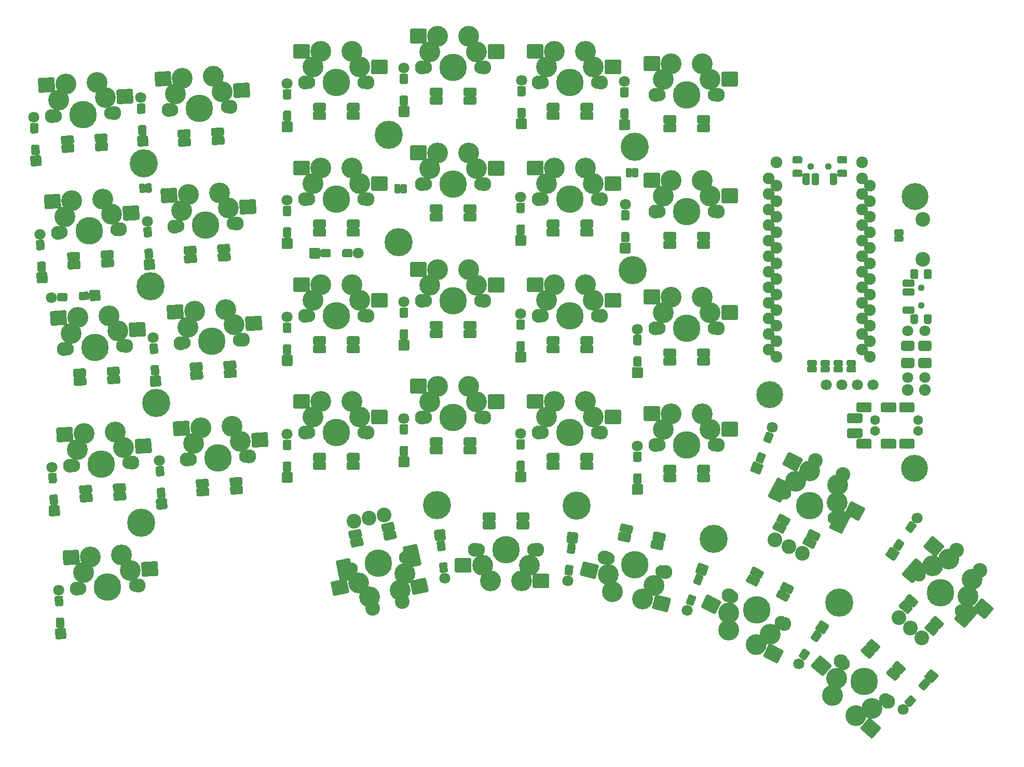
<source format=gts>
G04 #@! TF.GenerationSoftware,KiCad,Pcbnew,(5.1.12-1-10_14)*
G04 #@! TF.CreationDate,2021-11-28T14:18:10+00:00*
G04 #@! TF.ProjectId,avalanche-hotswap,6176616c-616e-4636-9865-2d686f747377,rev?*
G04 #@! TF.SameCoordinates,Original*
G04 #@! TF.FileFunction,Soldermask,Top*
G04 #@! TF.FilePolarity,Negative*
%FSLAX46Y46*%
G04 Gerber Fmt 4.6, Leading zero omitted, Abs format (unit mm)*
G04 Created by KiCad (PCBNEW (5.1.12-1-10_14)) date 2021-11-28 14:18:10*
%MOMM*%
%LPD*%
G01*
G04 APERTURE LIST*
%ADD10C,3.400000*%
%ADD11C,4.500000*%
%ADD12C,2.300000*%
%ADD13C,2.100000*%
%ADD14C,1.797000*%
%ADD15C,4.600000*%
%ADD16C,4.400000*%
%ADD17C,1.924000*%
%ADD18C,1.120000*%
%ADD19C,2.400000*%
%ADD20C,1.200000*%
%ADD21C,1.600000*%
G04 APERTURE END LIST*
G36*
G01*
X99437349Y-116257753D02*
X99542021Y-118255012D01*
G75*
G02*
X99352762Y-118465205I-199726J-10467D01*
G01*
X97055914Y-118585578D01*
G75*
G02*
X96845721Y-118396319I-10467J199726D01*
G01*
X96741049Y-116399060D01*
G75*
G02*
X96930308Y-116188867I199726J10467D01*
G01*
X99227156Y-116068494D01*
G75*
G02*
X99437349Y-116257753I10467J-199726D01*
G01*
G37*
G36*
G01*
X86621821Y-114385901D02*
X86726493Y-116383160D01*
G75*
G02*
X86537234Y-116593353I-199726J-10467D01*
G01*
X84240386Y-116713726D01*
G75*
G02*
X84030193Y-116524467I-10467J199726D01*
G01*
X83925521Y-114527208D01*
G75*
G02*
X84114780Y-114317015I199726J10467D01*
G01*
X86411628Y-114196642D01*
G75*
G02*
X86621821Y-114385901I10467J-199726D01*
G01*
G37*
D10*
X87348443Y-117932733D03*
X88483769Y-115329747D03*
X94958000Y-117533932D03*
X93556807Y-115063881D03*
D11*
X91286155Y-120269852D03*
D12*
X96359193Y-120003985D03*
X86213117Y-120535719D03*
D13*
X86792322Y-120505364D03*
X95779988Y-120034340D03*
G36*
G01*
X83864102Y-123387614D02*
X82915404Y-123437333D01*
G75*
G02*
X82705211Y-123248074I-10467J199726D01*
G01*
X82637175Y-121949855D01*
G75*
G02*
X82826434Y-121739662I199726J10467D01*
G01*
X83775132Y-121689943D01*
G75*
G02*
X83985325Y-121879202I10467J-199726D01*
G01*
X84053361Y-123177421D01*
G75*
G02*
X83864102Y-123387614I-199726J-10467D01*
G01*
G37*
D14*
X83252371Y-120791070D03*
G36*
G01*
X84368523Y-128742052D02*
X82973438Y-128815165D01*
G75*
G02*
X82763245Y-128625906I-10467J199726D01*
G01*
X82690132Y-127230821D01*
G75*
G02*
X82879391Y-127020628I199726J10467D01*
G01*
X84274476Y-126947515D01*
G75*
G02*
X84484669Y-127136774I10467J-199726D01*
G01*
X84557782Y-128531859D01*
G75*
G02*
X84368523Y-128742052I-199726J-10467D01*
G01*
G37*
G36*
G01*
X84049894Y-126932748D02*
X83101196Y-126982467D01*
G75*
G02*
X82891003Y-126793208I-10467J199726D01*
G01*
X82822967Y-125494989D01*
G75*
G02*
X83012226Y-125284796I199726J10467D01*
G01*
X83960924Y-125235077D01*
G75*
G02*
X84171117Y-125424336I10467J-199726D01*
G01*
X84239153Y-126722555D01*
G75*
G02*
X84049894Y-126932748I-199726J-10467D01*
G01*
G37*
G36*
G01*
X194111031Y-36356300D02*
X194111031Y-38356300D01*
G75*
G02*
X193911031Y-38556300I-200000J0D01*
G01*
X191611031Y-38556300D01*
G75*
G02*
X191411031Y-38356300I0J200000D01*
G01*
X191411031Y-36356300D01*
G75*
G02*
X191611031Y-36156300I200000J0D01*
G01*
X193911031Y-36156300D01*
G75*
G02*
X194111031Y-36356300I0J-200000D01*
G01*
G37*
G36*
G01*
X181411031Y-33816300D02*
X181411031Y-35816300D01*
G75*
G02*
X181211031Y-36016300I-200000J0D01*
G01*
X178911031Y-36016300D01*
G75*
G02*
X178711031Y-35816300I0J200000D01*
G01*
X178711031Y-33816300D01*
G75*
G02*
X178911031Y-33616300I200000J0D01*
G01*
X181211031Y-33616300D01*
G75*
G02*
X181411031Y-33816300I0J-200000D01*
G01*
G37*
D10*
X181951031Y-37396300D03*
X183221031Y-34856300D03*
X189571031Y-37396299D03*
X188301031Y-34856300D03*
D11*
X185761031Y-39936300D03*
D12*
X190841031Y-39936300D03*
X180681031Y-39936300D03*
D13*
X181261031Y-39936300D03*
X190261031Y-39936300D03*
D15*
X190135714Y-112373722D03*
G36*
G01*
X136961050Y-91506290D02*
X136961050Y-93506290D01*
G75*
G02*
X136761050Y-93706290I-200000J0D01*
G01*
X134461050Y-93706290D01*
G75*
G02*
X134261050Y-93506290I0J200000D01*
G01*
X134261050Y-91506290D01*
G75*
G02*
X134461050Y-91306290I200000J0D01*
G01*
X136761050Y-91306290D01*
G75*
G02*
X136961050Y-91506290I0J-200000D01*
G01*
G37*
G36*
G01*
X124261050Y-88966290D02*
X124261050Y-90966290D01*
G75*
G02*
X124061050Y-91166290I-200000J0D01*
G01*
X121761050Y-91166290D01*
G75*
G02*
X121561050Y-90966290I0J200000D01*
G01*
X121561050Y-88966290D01*
G75*
G02*
X121761050Y-88766290I200000J0D01*
G01*
X124061050Y-88766290D01*
G75*
G02*
X124261050Y-88966290I0J-200000D01*
G01*
G37*
D10*
X124801050Y-92546290D03*
X126071050Y-90006290D03*
X132421050Y-92546289D03*
X131151050Y-90006290D03*
D11*
X128611050Y-95086290D03*
D12*
X133691050Y-95086290D03*
X123531050Y-95086290D03*
D13*
X124111050Y-95086290D03*
X133111050Y-95086290D03*
G36*
G01*
X213175106Y-85242038D02*
X212032106Y-85242038D01*
G75*
G02*
X211832106Y-85042038I0J200000D01*
G01*
X211832106Y-84407038D01*
G75*
G02*
X212032106Y-84207038I200000J0D01*
G01*
X213175106Y-84207038D01*
G75*
G02*
X213375106Y-84407038I0J-200000D01*
G01*
X213375106Y-85042038D01*
G75*
G02*
X213175106Y-85242038I-200000J0D01*
G01*
G37*
G36*
G01*
X213175106Y-84241278D02*
X212032106Y-84241278D01*
G75*
G02*
X211832106Y-84041278I0J200000D01*
G01*
X211832106Y-83406278D01*
G75*
G02*
X212032106Y-83206278I200000J0D01*
G01*
X213175106Y-83206278D01*
G75*
G02*
X213375106Y-83406278I0J-200000D01*
G01*
X213375106Y-84041278D01*
G75*
G02*
X213175106Y-84241278I-200000J0D01*
G01*
G37*
G36*
G01*
X211042723Y-85242031D02*
X209899723Y-85242031D01*
G75*
G02*
X209699723Y-85042031I0J200000D01*
G01*
X209699723Y-84407031D01*
G75*
G02*
X209899723Y-84207031I200000J0D01*
G01*
X211042723Y-84207031D01*
G75*
G02*
X211242723Y-84407031I0J-200000D01*
G01*
X211242723Y-85042031D01*
G75*
G02*
X211042723Y-85242031I-200000J0D01*
G01*
G37*
G36*
G01*
X211042723Y-84241271D02*
X209899723Y-84241271D01*
G75*
G02*
X209699723Y-84041271I0J200000D01*
G01*
X209699723Y-83406271D01*
G75*
G02*
X209899723Y-83206271I200000J0D01*
G01*
X211042723Y-83206271D01*
G75*
G02*
X211242723Y-83406271I0J-200000D01*
G01*
X211242723Y-84041271D01*
G75*
G02*
X211042723Y-84241271I-200000J0D01*
G01*
G37*
G36*
G01*
X208902729Y-85242033D02*
X207759729Y-85242033D01*
G75*
G02*
X207559729Y-85042033I0J200000D01*
G01*
X207559729Y-84407033D01*
G75*
G02*
X207759729Y-84207033I200000J0D01*
G01*
X208902729Y-84207033D01*
G75*
G02*
X209102729Y-84407033I0J-200000D01*
G01*
X209102729Y-85042033D01*
G75*
G02*
X208902729Y-85242033I-200000J0D01*
G01*
G37*
G36*
G01*
X208902729Y-84241273D02*
X207759729Y-84241273D01*
G75*
G02*
X207559729Y-84041273I0J200000D01*
G01*
X207559729Y-83406273D01*
G75*
G02*
X207759729Y-83206273I200000J0D01*
G01*
X208902729Y-83206273D01*
G75*
G02*
X209102729Y-83406273I0J-200000D01*
G01*
X209102729Y-84041273D01*
G75*
G02*
X208902729Y-84241273I-200000J0D01*
G01*
G37*
G36*
G01*
X206762726Y-85242029D02*
X205619726Y-85242029D01*
G75*
G02*
X205419726Y-85042029I0J200000D01*
G01*
X205419726Y-84407029D01*
G75*
G02*
X205619726Y-84207029I200000J0D01*
G01*
X206762726Y-84207029D01*
G75*
G02*
X206962726Y-84407029I0J-200000D01*
G01*
X206962726Y-85042029D01*
G75*
G02*
X206762726Y-85242029I-200000J0D01*
G01*
G37*
G36*
G01*
X206762726Y-84241269D02*
X205619726Y-84241269D01*
G75*
G02*
X205419726Y-84041269I0J200000D01*
G01*
X205419726Y-83406269D01*
G75*
G02*
X205619726Y-83206269I200000J0D01*
G01*
X206762726Y-83206269D01*
G75*
G02*
X206962726Y-83406269I0J-200000D01*
G01*
X206962726Y-84041269D01*
G75*
G02*
X206762726Y-84241269I-200000J0D01*
G01*
G37*
D14*
X208483603Y-87292151D03*
X211023603Y-87292151D03*
X213563603Y-87292151D03*
X216103603Y-87292151D03*
G36*
G01*
X149361038Y-98436262D02*
X149361038Y-97436262D01*
G75*
G02*
X149561038Y-97236262I200000J0D01*
G01*
X151261038Y-97236262D01*
G75*
G02*
X151461038Y-97436262I0J-200000D01*
G01*
X151461038Y-98436262D01*
G75*
G02*
X151261038Y-98636262I-200000J0D01*
G01*
X149561038Y-98636262D01*
G75*
G02*
X149361038Y-98436262I0J200000D01*
G01*
G37*
G36*
G01*
X149361038Y-97036262D02*
X149361038Y-96036262D01*
G75*
G02*
X149561038Y-95836262I200000J0D01*
G01*
X151261038Y-95836262D01*
G75*
G02*
X151461038Y-96036262I0J-200000D01*
G01*
X151461038Y-97036262D01*
G75*
G02*
X151261038Y-97236262I-200000J0D01*
G01*
X149561038Y-97236262D01*
G75*
G02*
X149361038Y-97036262I0J200000D01*
G01*
G37*
G36*
G01*
X143861038Y-98436262D02*
X143861038Y-97436262D01*
G75*
G02*
X144061038Y-97236262I200000J0D01*
G01*
X145761038Y-97236262D01*
G75*
G02*
X145961038Y-97436262I0J-200000D01*
G01*
X145961038Y-98436262D01*
G75*
G02*
X145761038Y-98636262I-200000J0D01*
G01*
X144061038Y-98636262D01*
G75*
G02*
X143861038Y-98436262I0J200000D01*
G01*
G37*
G36*
G01*
X143861038Y-97036262D02*
X143861038Y-96036262D01*
G75*
G02*
X144061038Y-95836262I200000J0D01*
G01*
X145761038Y-95836262D01*
G75*
G02*
X145961038Y-96036262I0J-200000D01*
G01*
X145961038Y-97036262D01*
G75*
G02*
X145761038Y-97236262I-200000J0D01*
G01*
X144061038Y-97236262D01*
G75*
G02*
X143861038Y-97036262I0J200000D01*
G01*
G37*
G36*
G01*
X175061031Y-72456268D02*
X175061031Y-74456268D01*
G75*
G02*
X174861031Y-74656268I-200000J0D01*
G01*
X172561031Y-74656268D01*
G75*
G02*
X172361031Y-74456268I0J200000D01*
G01*
X172361031Y-72456268D01*
G75*
G02*
X172561031Y-72256268I200000J0D01*
G01*
X174861031Y-72256268D01*
G75*
G02*
X175061031Y-72456268I0J-200000D01*
G01*
G37*
G36*
G01*
X162361031Y-69916268D02*
X162361031Y-71916268D01*
G75*
G02*
X162161031Y-72116268I-200000J0D01*
G01*
X159861031Y-72116268D01*
G75*
G02*
X159661031Y-71916268I0J200000D01*
G01*
X159661031Y-69916268D01*
G75*
G02*
X159861031Y-69716268I200000J0D01*
G01*
X162161031Y-69716268D01*
G75*
G02*
X162361031Y-69916268I0J-200000D01*
G01*
G37*
D10*
X162901031Y-73496268D03*
X164171031Y-70956268D03*
X170521031Y-73496267D03*
X169251031Y-70956268D03*
D11*
X166711031Y-76036268D03*
D12*
X171791031Y-76036268D03*
X161631031Y-76036268D03*
D13*
X162211031Y-76036268D03*
X171211031Y-76036268D03*
G36*
G01*
X104708277Y-84871058D02*
X104655941Y-83872429D01*
G75*
G02*
X104845200Y-83662236I199726J10467D01*
G01*
X106542870Y-83573265D01*
G75*
G02*
X106753063Y-83762524I10467J-199726D01*
G01*
X106805399Y-84761153D01*
G75*
G02*
X106616140Y-84971346I-199726J-10467D01*
G01*
X104918470Y-85060317D01*
G75*
G02*
X104708277Y-84871058I-10467J199726D01*
G01*
G37*
G36*
G01*
X104781547Y-86269140D02*
X104729211Y-85270511D01*
G75*
G02*
X104918470Y-85060318I199726J10467D01*
G01*
X106616140Y-84971347D01*
G75*
G02*
X106826333Y-85160606I10467J-199726D01*
G01*
X106878669Y-86159235D01*
G75*
G02*
X106689410Y-86369428I-199726J-10467D01*
G01*
X104991740Y-86458399D01*
G75*
G02*
X104781547Y-86269140I-10467J199726D01*
G01*
G37*
G36*
G01*
X110200739Y-84583210D02*
X110148403Y-83584581D01*
G75*
G02*
X110337662Y-83374388I199726J10467D01*
G01*
X112035332Y-83285417D01*
G75*
G02*
X112245525Y-83474676I10467J-199726D01*
G01*
X112297861Y-84473305D01*
G75*
G02*
X112108602Y-84683498I-199726J-10467D01*
G01*
X110410932Y-84772469D01*
G75*
G02*
X110200739Y-84583210I-10467J199726D01*
G01*
G37*
G36*
G01*
X110274009Y-85981292D02*
X110221673Y-84982663D01*
G75*
G02*
X110410932Y-84772470I199726J10467D01*
G01*
X112108602Y-84683499D01*
G75*
G02*
X112318795Y-84872758I10467J-199726D01*
G01*
X112371131Y-85871387D01*
G75*
G02*
X112181872Y-86081580I-199726J-10467D01*
G01*
X110484202Y-86170551D01*
G75*
G02*
X110274009Y-85981292I-10467J199726D01*
G01*
G37*
G36*
G01*
X204619458Y-113024335D02*
X205073449Y-112133329D01*
G75*
G02*
X205342448Y-112045926I178201J-90798D01*
G01*
X206857159Y-112817710D01*
G75*
G02*
X206944562Y-113086709I-90798J-178201D01*
G01*
X206490571Y-113977715D01*
G75*
G02*
X206221572Y-114065118I-178201J90798D01*
G01*
X204706861Y-113293334D01*
G75*
G02*
X204619458Y-113024335I90798J178201D01*
G01*
G37*
G36*
G01*
X205255044Y-111776926D02*
X205709035Y-110885920D01*
G75*
G02*
X205978034Y-110798517I178201J-90798D01*
G01*
X207492745Y-111570301D01*
G75*
G02*
X207580148Y-111839300I-90798J-178201D01*
G01*
X207126157Y-112730306D01*
G75*
G02*
X206857158Y-112817709I-178201J90798D01*
G01*
X205342447Y-112045925D01*
G75*
G02*
X205255044Y-111776926I90798J178201D01*
G01*
G37*
G36*
G01*
X199718922Y-110527388D02*
X200172913Y-109636382D01*
G75*
G02*
X200441912Y-109548979I178201J-90798D01*
G01*
X201956623Y-110320763D01*
G75*
G02*
X202044026Y-110589762I-90798J-178201D01*
G01*
X201590035Y-111480768D01*
G75*
G02*
X201321036Y-111568171I-178201J90798D01*
G01*
X199806325Y-110796387D01*
G75*
G02*
X199718922Y-110527388I90798J178201D01*
G01*
G37*
G36*
G01*
X200354508Y-109279979D02*
X200808499Y-108388973D01*
G75*
G02*
X201077498Y-108301570I178201J-90798D01*
G01*
X202592209Y-109073354D01*
G75*
G02*
X202679612Y-109342353I-90798J-178201D01*
G01*
X202225621Y-110233359D01*
G75*
G02*
X201956622Y-110320762I-178201J90798D01*
G01*
X200441911Y-109548978D01*
G75*
G02*
X200354508Y-109279979I90798J178201D01*
G01*
G37*
G36*
G01*
X136399078Y-112572990D02*
X136191167Y-111594842D01*
G75*
G02*
X136345215Y-111357630I195630J41582D01*
G01*
X138008066Y-111004180D01*
G75*
G02*
X138245278Y-111158228I41582J-195630D01*
G01*
X138453189Y-112136376D01*
G75*
G02*
X138299141Y-112373588I-195630J-41582D01*
G01*
X136636290Y-112727038D01*
G75*
G02*
X136399078Y-112572990I-41582J195630D01*
G01*
G37*
G36*
G01*
X136108002Y-111203584D02*
X135900091Y-110225436D01*
G75*
G02*
X136054139Y-109988224I195630J41582D01*
G01*
X137716990Y-109634774D01*
G75*
G02*
X137954202Y-109788822I41582J-195630D01*
G01*
X138162113Y-110766970D01*
G75*
G02*
X138008065Y-111004182I-195630J-41582D01*
G01*
X136345214Y-111357632D01*
G75*
G02*
X136108002Y-111203584I-41582J195630D01*
G01*
G37*
G36*
G01*
X131019266Y-113716504D02*
X130811355Y-112738356D01*
G75*
G02*
X130965403Y-112501144I195630J41582D01*
G01*
X132628254Y-112147694D01*
G75*
G02*
X132865466Y-112301742I41582J-195630D01*
G01*
X133073377Y-113279890D01*
G75*
G02*
X132919329Y-113517102I-195630J-41582D01*
G01*
X131256478Y-113870552D01*
G75*
G02*
X131019266Y-113716504I-41582J195630D01*
G01*
G37*
G36*
G01*
X130728190Y-112347098D02*
X130520279Y-111368950D01*
G75*
G02*
X130674327Y-111131738I195630J41582D01*
G01*
X132337178Y-110778288D01*
G75*
G02*
X132574390Y-110932336I41582J-195630D01*
G01*
X132782301Y-111910484D01*
G75*
G02*
X132628253Y-112147696I-195630J-41582D01*
G01*
X130965402Y-112501146D01*
G75*
G02*
X130728190Y-112347098I-41582J195630D01*
G01*
G37*
G36*
G01*
X187461082Y-64886269D02*
X187461082Y-63886269D01*
G75*
G02*
X187661082Y-63686269I200000J0D01*
G01*
X189361082Y-63686269D01*
G75*
G02*
X189561082Y-63886269I0J-200000D01*
G01*
X189561082Y-64886269D01*
G75*
G02*
X189361082Y-65086269I-200000J0D01*
G01*
X187661082Y-65086269D01*
G75*
G02*
X187461082Y-64886269I0J200000D01*
G01*
G37*
G36*
G01*
X187461082Y-63486269D02*
X187461082Y-62486269D01*
G75*
G02*
X187661082Y-62286269I200000J0D01*
G01*
X189361082Y-62286269D01*
G75*
G02*
X189561082Y-62486269I0J-200000D01*
G01*
X189561082Y-63486269D01*
G75*
G02*
X189361082Y-63686269I-200000J0D01*
G01*
X187661082Y-63686269D01*
G75*
G02*
X187461082Y-63486269I0J200000D01*
G01*
G37*
G36*
G01*
X181961082Y-64886269D02*
X181961082Y-63886269D01*
G75*
G02*
X182161082Y-63686269I200000J0D01*
G01*
X183861082Y-63686269D01*
G75*
G02*
X184061082Y-63886269I0J-200000D01*
G01*
X184061082Y-64886269D01*
G75*
G02*
X183861082Y-65086269I-200000J0D01*
G01*
X182161082Y-65086269D01*
G75*
G02*
X181961082Y-64886269I0J200000D01*
G01*
G37*
G36*
G01*
X181961082Y-63486269D02*
X181961082Y-62486269D01*
G75*
G02*
X182161082Y-62286269I200000J0D01*
G01*
X183861082Y-62286269D01*
G75*
G02*
X184061082Y-62486269I0J-200000D01*
G01*
X184061082Y-63486269D01*
G75*
G02*
X183861082Y-63686269I-200000J0D01*
G01*
X182161082Y-63686269D01*
G75*
G02*
X181961082Y-63486269I0J200000D01*
G01*
G37*
G36*
G01*
X86681394Y-104891940D02*
X86629058Y-103893311D01*
G75*
G02*
X86818317Y-103683118I199726J10467D01*
G01*
X88515987Y-103594147D01*
G75*
G02*
X88726180Y-103783406I10467J-199726D01*
G01*
X88778516Y-104782035D01*
G75*
G02*
X88589257Y-104992228I-199726J-10467D01*
G01*
X86891587Y-105081199D01*
G75*
G02*
X86681394Y-104891940I-10467J199726D01*
G01*
G37*
G36*
G01*
X86754664Y-106290022D02*
X86702328Y-105291393D01*
G75*
G02*
X86891587Y-105081200I199726J10467D01*
G01*
X88589257Y-104992229D01*
G75*
G02*
X88799450Y-105181488I10467J-199726D01*
G01*
X88851786Y-106180117D01*
G75*
G02*
X88662527Y-106390310I-199726J-10467D01*
G01*
X86964857Y-106479281D01*
G75*
G02*
X86754664Y-106290022I-10467J199726D01*
G01*
G37*
G36*
G01*
X92173856Y-104604092D02*
X92121520Y-103605463D01*
G75*
G02*
X92310779Y-103395270I199726J10467D01*
G01*
X94008449Y-103306299D01*
G75*
G02*
X94218642Y-103495558I10467J-199726D01*
G01*
X94270978Y-104494187D01*
G75*
G02*
X94081719Y-104704380I-199726J-10467D01*
G01*
X92384049Y-104793351D01*
G75*
G02*
X92173856Y-104604092I-10467J199726D01*
G01*
G37*
G36*
G01*
X92247126Y-106002174D02*
X92194790Y-105003545D01*
G75*
G02*
X92384049Y-104793352I199726J10467D01*
G01*
X94081719Y-104704381D01*
G75*
G02*
X94291912Y-104893640I10467J-199726D01*
G01*
X94344248Y-105892269D01*
G75*
G02*
X94154989Y-106102462I-199726J-10467D01*
G01*
X92457319Y-106191433D01*
G75*
G02*
X92247126Y-106002174I-10467J199726D01*
G01*
G37*
G36*
G01*
X85684380Y-85868053D02*
X85632044Y-84869424D01*
G75*
G02*
X85821303Y-84659231I199726J10467D01*
G01*
X87518973Y-84570260D01*
G75*
G02*
X87729166Y-84759519I10467J-199726D01*
G01*
X87781502Y-85758148D01*
G75*
G02*
X87592243Y-85968341I-199726J-10467D01*
G01*
X85894573Y-86057312D01*
G75*
G02*
X85684380Y-85868053I-10467J199726D01*
G01*
G37*
G36*
G01*
X85757650Y-87266135D02*
X85705314Y-86267506D01*
G75*
G02*
X85894573Y-86057313I199726J10467D01*
G01*
X87592243Y-85968342D01*
G75*
G02*
X87802436Y-86157601I10467J-199726D01*
G01*
X87854772Y-87156230D01*
G75*
G02*
X87665513Y-87366423I-199726J-10467D01*
G01*
X85967843Y-87455394D01*
G75*
G02*
X85757650Y-87266135I-10467J199726D01*
G01*
G37*
G36*
G01*
X91176842Y-85580205D02*
X91124506Y-84581576D01*
G75*
G02*
X91313765Y-84371383I199726J10467D01*
G01*
X93011435Y-84282412D01*
G75*
G02*
X93221628Y-84471671I10467J-199726D01*
G01*
X93273964Y-85470300D01*
G75*
G02*
X93084705Y-85680493I-199726J-10467D01*
G01*
X91387035Y-85769464D01*
G75*
G02*
X91176842Y-85580205I-10467J199726D01*
G01*
G37*
G36*
G01*
X91250112Y-86978287D02*
X91197776Y-85979658D01*
G75*
G02*
X91387035Y-85769465I199726J10467D01*
G01*
X93084705Y-85680494D01*
G75*
G02*
X93294898Y-85869753I10467J-199726D01*
G01*
X93347234Y-86868382D01*
G75*
G02*
X93157975Y-87078575I-199726J-10467D01*
G01*
X91460305Y-87167546D01*
G75*
G02*
X91250112Y-86978287I-10467J199726D01*
G01*
G37*
G36*
G01*
X84687359Y-66844152D02*
X84635023Y-65845523D01*
G75*
G02*
X84824282Y-65635330I199726J10467D01*
G01*
X86521952Y-65546359D01*
G75*
G02*
X86732145Y-65735618I10467J-199726D01*
G01*
X86784481Y-66734247D01*
G75*
G02*
X86595222Y-66944440I-199726J-10467D01*
G01*
X84897552Y-67033411D01*
G75*
G02*
X84687359Y-66844152I-10467J199726D01*
G01*
G37*
G36*
G01*
X84760629Y-68242234D02*
X84708293Y-67243605D01*
G75*
G02*
X84897552Y-67033412I199726J10467D01*
G01*
X86595222Y-66944441D01*
G75*
G02*
X86805415Y-67133700I10467J-199726D01*
G01*
X86857751Y-68132329D01*
G75*
G02*
X86668492Y-68342522I-199726J-10467D01*
G01*
X84970822Y-68431493D01*
G75*
G02*
X84760629Y-68242234I-10467J199726D01*
G01*
G37*
G36*
G01*
X90179821Y-66556304D02*
X90127485Y-65557675D01*
G75*
G02*
X90316744Y-65347482I199726J10467D01*
G01*
X92014414Y-65258511D01*
G75*
G02*
X92224607Y-65447770I10467J-199726D01*
G01*
X92276943Y-66446399D01*
G75*
G02*
X92087684Y-66656592I-199726J-10467D01*
G01*
X90390014Y-66745563D01*
G75*
G02*
X90179821Y-66556304I-10467J199726D01*
G01*
G37*
G36*
G01*
X90253091Y-67954386D02*
X90200755Y-66955757D01*
G75*
G02*
X90390014Y-66745564I199726J10467D01*
G01*
X92087684Y-66656593D01*
G75*
G02*
X92297877Y-66845852I10467J-199726D01*
G01*
X92350213Y-67844481D01*
G75*
G02*
X92160954Y-68054674I-199726J-10467D01*
G01*
X90463284Y-68143645D01*
G75*
G02*
X90253091Y-67954386I-10467J199726D01*
G01*
G37*
G36*
G01*
X83690406Y-47820267D02*
X83638070Y-46821638D01*
G75*
G02*
X83827329Y-46611445I199726J10467D01*
G01*
X85524999Y-46522474D01*
G75*
G02*
X85735192Y-46711733I10467J-199726D01*
G01*
X85787528Y-47710362D01*
G75*
G02*
X85598269Y-47920555I-199726J-10467D01*
G01*
X83900599Y-48009526D01*
G75*
G02*
X83690406Y-47820267I-10467J199726D01*
G01*
G37*
G36*
G01*
X83763676Y-49218349D02*
X83711340Y-48219720D01*
G75*
G02*
X83900599Y-48009527I199726J10467D01*
G01*
X85598269Y-47920556D01*
G75*
G02*
X85808462Y-48109815I10467J-199726D01*
G01*
X85860798Y-49108444D01*
G75*
G02*
X85671539Y-49318637I-199726J-10467D01*
G01*
X83973869Y-49407608D01*
G75*
G02*
X83763676Y-49218349I-10467J199726D01*
G01*
G37*
G36*
G01*
X89182868Y-47532419D02*
X89130532Y-46533790D01*
G75*
G02*
X89319791Y-46323597I199726J10467D01*
G01*
X91017461Y-46234626D01*
G75*
G02*
X91227654Y-46423885I10467J-199726D01*
G01*
X91279990Y-47422514D01*
G75*
G02*
X91090731Y-47632707I-199726J-10467D01*
G01*
X89393061Y-47721678D01*
G75*
G02*
X89182868Y-47532419I-10467J199726D01*
G01*
G37*
G36*
G01*
X89256138Y-48930501D02*
X89203802Y-47931872D01*
G75*
G02*
X89393061Y-47721679I199726J10467D01*
G01*
X91090731Y-47632708D01*
G75*
G02*
X91300924Y-47821967I10467J-199726D01*
G01*
X91353260Y-48820596D01*
G75*
G02*
X91164001Y-49030789I-199726J-10467D01*
G01*
X89466331Y-49119760D01*
G75*
G02*
X89256138Y-48930501I-10467J199726D01*
G01*
G37*
G36*
G01*
X102714274Y-46823267D02*
X102661938Y-45824638D01*
G75*
G02*
X102851197Y-45614445I199726J10467D01*
G01*
X104548867Y-45525474D01*
G75*
G02*
X104759060Y-45714733I10467J-199726D01*
G01*
X104811396Y-46713362D01*
G75*
G02*
X104622137Y-46923555I-199726J-10467D01*
G01*
X102924467Y-47012526D01*
G75*
G02*
X102714274Y-46823267I-10467J199726D01*
G01*
G37*
G36*
G01*
X102787544Y-48221349D02*
X102735208Y-47222720D01*
G75*
G02*
X102924467Y-47012527I199726J10467D01*
G01*
X104622137Y-46923556D01*
G75*
G02*
X104832330Y-47112815I10467J-199726D01*
G01*
X104884666Y-48111444D01*
G75*
G02*
X104695407Y-48321637I-199726J-10467D01*
G01*
X102997737Y-48410608D01*
G75*
G02*
X102787544Y-48221349I-10467J199726D01*
G01*
G37*
G36*
G01*
X108206736Y-46535419D02*
X108154400Y-45536790D01*
G75*
G02*
X108343659Y-45326597I199726J10467D01*
G01*
X110041329Y-45237626D01*
G75*
G02*
X110251522Y-45426885I10467J-199726D01*
G01*
X110303858Y-46425514D01*
G75*
G02*
X110114599Y-46635707I-199726J-10467D01*
G01*
X108416929Y-46724678D01*
G75*
G02*
X108206736Y-46535419I-10467J199726D01*
G01*
G37*
G36*
G01*
X108280006Y-47933501D02*
X108227670Y-46934872D01*
G75*
G02*
X108416929Y-46724679I199726J10467D01*
G01*
X110114599Y-46635708D01*
G75*
G02*
X110324792Y-46824967I10467J-199726D01*
G01*
X110377128Y-47823596D01*
G75*
G02*
X110187869Y-48033789I-199726J-10467D01*
G01*
X108490199Y-48122760D01*
G75*
G02*
X108280006Y-47933501I-10467J199726D01*
G01*
G37*
G36*
G01*
X103711276Y-65847137D02*
X103658940Y-64848508D01*
G75*
G02*
X103848199Y-64638315I199726J10467D01*
G01*
X105545869Y-64549344D01*
G75*
G02*
X105756062Y-64738603I10467J-199726D01*
G01*
X105808398Y-65737232D01*
G75*
G02*
X105619139Y-65947425I-199726J-10467D01*
G01*
X103921469Y-66036396D01*
G75*
G02*
X103711276Y-65847137I-10467J199726D01*
G01*
G37*
G36*
G01*
X103784546Y-67245219D02*
X103732210Y-66246590D01*
G75*
G02*
X103921469Y-66036397I199726J10467D01*
G01*
X105619139Y-65947426D01*
G75*
G02*
X105829332Y-66136685I10467J-199726D01*
G01*
X105881668Y-67135314D01*
G75*
G02*
X105692409Y-67345507I-199726J-10467D01*
G01*
X103994739Y-67434478D01*
G75*
G02*
X103784546Y-67245219I-10467J199726D01*
G01*
G37*
G36*
G01*
X109203738Y-65559289D02*
X109151402Y-64560660D01*
G75*
G02*
X109340661Y-64350467I199726J10467D01*
G01*
X111038331Y-64261496D01*
G75*
G02*
X111248524Y-64450755I10467J-199726D01*
G01*
X111300860Y-65449384D01*
G75*
G02*
X111111601Y-65659577I-199726J-10467D01*
G01*
X109413931Y-65748548D01*
G75*
G02*
X109203738Y-65559289I-10467J199726D01*
G01*
G37*
G36*
G01*
X109277008Y-66957371D02*
X109224672Y-65958742D01*
G75*
G02*
X109413931Y-65748549I199726J10467D01*
G01*
X111111601Y-65659578D01*
G75*
G02*
X111321794Y-65848837I10467J-199726D01*
G01*
X111374130Y-66847466D01*
G75*
G02*
X111184871Y-67057659I-199726J-10467D01*
G01*
X109487201Y-67146630D01*
G75*
G02*
X109277008Y-66957371I-10467J199726D01*
G01*
G37*
G36*
G01*
X105705295Y-103894964D02*
X105652959Y-102896335D01*
G75*
G02*
X105842218Y-102686142I199726J10467D01*
G01*
X107539888Y-102597171D01*
G75*
G02*
X107750081Y-102786430I10467J-199726D01*
G01*
X107802417Y-103785059D01*
G75*
G02*
X107613158Y-103995252I-199726J-10467D01*
G01*
X105915488Y-104084223D01*
G75*
G02*
X105705295Y-103894964I-10467J199726D01*
G01*
G37*
G36*
G01*
X105778565Y-105293046D02*
X105726229Y-104294417D01*
G75*
G02*
X105915488Y-104084224I199726J10467D01*
G01*
X107613158Y-103995253D01*
G75*
G02*
X107823351Y-104184512I10467J-199726D01*
G01*
X107875687Y-105183141D01*
G75*
G02*
X107686428Y-105393334I-199726J-10467D01*
G01*
X105988758Y-105482305D01*
G75*
G02*
X105778565Y-105293046I-10467J199726D01*
G01*
G37*
G36*
G01*
X111197757Y-103607116D02*
X111145421Y-102608487D01*
G75*
G02*
X111334680Y-102398294I199726J10467D01*
G01*
X113032350Y-102309323D01*
G75*
G02*
X113242543Y-102498582I10467J-199726D01*
G01*
X113294879Y-103497211D01*
G75*
G02*
X113105620Y-103707404I-199726J-10467D01*
G01*
X111407950Y-103796375D01*
G75*
G02*
X111197757Y-103607116I-10467J199726D01*
G01*
G37*
G36*
G01*
X111271027Y-105005198D02*
X111218691Y-104006569D01*
G75*
G02*
X111407950Y-103796376I199726J10467D01*
G01*
X113105620Y-103707405D01*
G75*
G02*
X113315813Y-103896664I10467J-199726D01*
G01*
X113368149Y-104895293D01*
G75*
G02*
X113178890Y-105105486I-199726J-10467D01*
G01*
X111481220Y-105194457D01*
G75*
G02*
X111271027Y-105005198I-10467J199726D01*
G01*
G37*
G36*
G01*
X130311054Y-100986308D02*
X130311054Y-99986308D01*
G75*
G02*
X130511054Y-99786308I200000J0D01*
G01*
X132211054Y-99786308D01*
G75*
G02*
X132411054Y-99986308I0J-200000D01*
G01*
X132411054Y-100986308D01*
G75*
G02*
X132211054Y-101186308I-200000J0D01*
G01*
X130511054Y-101186308D01*
G75*
G02*
X130311054Y-100986308I0J200000D01*
G01*
G37*
G36*
G01*
X130311054Y-99586308D02*
X130311054Y-98586308D01*
G75*
G02*
X130511054Y-98386308I200000J0D01*
G01*
X132211054Y-98386308D01*
G75*
G02*
X132411054Y-98586308I0J-200000D01*
G01*
X132411054Y-99586308D01*
G75*
G02*
X132211054Y-99786308I-200000J0D01*
G01*
X130511054Y-99786308D01*
G75*
G02*
X130311054Y-99586308I0J200000D01*
G01*
G37*
G36*
G01*
X124811054Y-100986308D02*
X124811054Y-99986308D01*
G75*
G02*
X125011054Y-99786308I200000J0D01*
G01*
X126711054Y-99786308D01*
G75*
G02*
X126911054Y-99986308I0J-200000D01*
G01*
X126911054Y-100986308D01*
G75*
G02*
X126711054Y-101186308I-200000J0D01*
G01*
X125011054Y-101186308D01*
G75*
G02*
X124811054Y-100986308I0J200000D01*
G01*
G37*
G36*
G01*
X124811054Y-99586308D02*
X124811054Y-98586308D01*
G75*
G02*
X125011054Y-98386308I200000J0D01*
G01*
X126711054Y-98386308D01*
G75*
G02*
X126911054Y-98586308I0J-200000D01*
G01*
X126911054Y-99586308D01*
G75*
G02*
X126711054Y-99786308I-200000J0D01*
G01*
X125011054Y-99786308D01*
G75*
G02*
X124811054Y-99586308I0J200000D01*
G01*
G37*
G36*
G01*
X130311043Y-81936295D02*
X130311043Y-80936295D01*
G75*
G02*
X130511043Y-80736295I200000J0D01*
G01*
X132211043Y-80736295D01*
G75*
G02*
X132411043Y-80936295I0J-200000D01*
G01*
X132411043Y-81936295D01*
G75*
G02*
X132211043Y-82136295I-200000J0D01*
G01*
X130511043Y-82136295D01*
G75*
G02*
X130311043Y-81936295I0J200000D01*
G01*
G37*
G36*
G01*
X130311043Y-80536295D02*
X130311043Y-79536295D01*
G75*
G02*
X130511043Y-79336295I200000J0D01*
G01*
X132211043Y-79336295D01*
G75*
G02*
X132411043Y-79536295I0J-200000D01*
G01*
X132411043Y-80536295D01*
G75*
G02*
X132211043Y-80736295I-200000J0D01*
G01*
X130511043Y-80736295D01*
G75*
G02*
X130311043Y-80536295I0J200000D01*
G01*
G37*
G36*
G01*
X124811043Y-81936295D02*
X124811043Y-80936295D01*
G75*
G02*
X125011043Y-80736295I200000J0D01*
G01*
X126711043Y-80736295D01*
G75*
G02*
X126911043Y-80936295I0J-200000D01*
G01*
X126911043Y-81936295D01*
G75*
G02*
X126711043Y-82136295I-200000J0D01*
G01*
X125011043Y-82136295D01*
G75*
G02*
X124811043Y-81936295I0J200000D01*
G01*
G37*
G36*
G01*
X124811043Y-80536295D02*
X124811043Y-79536295D01*
G75*
G02*
X125011043Y-79336295I200000J0D01*
G01*
X126711043Y-79336295D01*
G75*
G02*
X126911043Y-79536295I0J-200000D01*
G01*
X126911043Y-80536295D01*
G75*
G02*
X126711043Y-80736295I-200000J0D01*
G01*
X125011043Y-80736295D01*
G75*
G02*
X124811043Y-80536295I0J200000D01*
G01*
G37*
G36*
G01*
X130311052Y-62886263D02*
X130311052Y-61886263D01*
G75*
G02*
X130511052Y-61686263I200000J0D01*
G01*
X132211052Y-61686263D01*
G75*
G02*
X132411052Y-61886263I0J-200000D01*
G01*
X132411052Y-62886263D01*
G75*
G02*
X132211052Y-63086263I-200000J0D01*
G01*
X130511052Y-63086263D01*
G75*
G02*
X130311052Y-62886263I0J200000D01*
G01*
G37*
G36*
G01*
X130311052Y-61486263D02*
X130311052Y-60486263D01*
G75*
G02*
X130511052Y-60286263I200000J0D01*
G01*
X132211052Y-60286263D01*
G75*
G02*
X132411052Y-60486263I0J-200000D01*
G01*
X132411052Y-61486263D01*
G75*
G02*
X132211052Y-61686263I-200000J0D01*
G01*
X130511052Y-61686263D01*
G75*
G02*
X130311052Y-61486263I0J200000D01*
G01*
G37*
G36*
G01*
X124811052Y-62886263D02*
X124811052Y-61886263D01*
G75*
G02*
X125011052Y-61686263I200000J0D01*
G01*
X126711052Y-61686263D01*
G75*
G02*
X126911052Y-61886263I0J-200000D01*
G01*
X126911052Y-62886263D01*
G75*
G02*
X126711052Y-63086263I-200000J0D01*
G01*
X125011052Y-63086263D01*
G75*
G02*
X124811052Y-62886263I0J200000D01*
G01*
G37*
G36*
G01*
X124811052Y-61486263D02*
X124811052Y-60486263D01*
G75*
G02*
X125011052Y-60286263I200000J0D01*
G01*
X126711052Y-60286263D01*
G75*
G02*
X126911052Y-60486263I0J-200000D01*
G01*
X126911052Y-61486263D01*
G75*
G02*
X126711052Y-61686263I-200000J0D01*
G01*
X125011052Y-61686263D01*
G75*
G02*
X124811052Y-61486263I0J200000D01*
G01*
G37*
G36*
G01*
X130311061Y-43836299D02*
X130311061Y-42836299D01*
G75*
G02*
X130511061Y-42636299I200000J0D01*
G01*
X132211061Y-42636299D01*
G75*
G02*
X132411061Y-42836299I0J-200000D01*
G01*
X132411061Y-43836299D01*
G75*
G02*
X132211061Y-44036299I-200000J0D01*
G01*
X130511061Y-44036299D01*
G75*
G02*
X130311061Y-43836299I0J200000D01*
G01*
G37*
G36*
G01*
X130311061Y-42436299D02*
X130311061Y-41436299D01*
G75*
G02*
X130511061Y-41236299I200000J0D01*
G01*
X132211061Y-41236299D01*
G75*
G02*
X132411061Y-41436299I0J-200000D01*
G01*
X132411061Y-42436299D01*
G75*
G02*
X132211061Y-42636299I-200000J0D01*
G01*
X130511061Y-42636299D01*
G75*
G02*
X130311061Y-42436299I0J200000D01*
G01*
G37*
G36*
G01*
X124811061Y-43836299D02*
X124811061Y-42836299D01*
G75*
G02*
X125011061Y-42636299I200000J0D01*
G01*
X126711061Y-42636299D01*
G75*
G02*
X126911061Y-42836299I0J-200000D01*
G01*
X126911061Y-43836299D01*
G75*
G02*
X126711061Y-44036299I-200000J0D01*
G01*
X125011061Y-44036299D01*
G75*
G02*
X124811061Y-43836299I0J200000D01*
G01*
G37*
G36*
G01*
X124811061Y-42436299D02*
X124811061Y-41436299D01*
G75*
G02*
X125011061Y-41236299I200000J0D01*
G01*
X126711061Y-41236299D01*
G75*
G02*
X126911061Y-41436299I0J-200000D01*
G01*
X126911061Y-42436299D01*
G75*
G02*
X126711061Y-42636299I-200000J0D01*
G01*
X125011061Y-42636299D01*
G75*
G02*
X124811061Y-42436299I0J200000D01*
G01*
G37*
G36*
G01*
X149361066Y-41336298D02*
X149361066Y-40336298D01*
G75*
G02*
X149561066Y-40136298I200000J0D01*
G01*
X151261066Y-40136298D01*
G75*
G02*
X151461066Y-40336298I0J-200000D01*
G01*
X151461066Y-41336298D01*
G75*
G02*
X151261066Y-41536298I-200000J0D01*
G01*
X149561066Y-41536298D01*
G75*
G02*
X149361066Y-41336298I0J200000D01*
G01*
G37*
G36*
G01*
X149361066Y-39936298D02*
X149361066Y-38936298D01*
G75*
G02*
X149561066Y-38736298I200000J0D01*
G01*
X151261066Y-38736298D01*
G75*
G02*
X151461066Y-38936298I0J-200000D01*
G01*
X151461066Y-39936298D01*
G75*
G02*
X151261066Y-40136298I-200000J0D01*
G01*
X149561066Y-40136298D01*
G75*
G02*
X149361066Y-39936298I0J200000D01*
G01*
G37*
G36*
G01*
X143861066Y-41336298D02*
X143861066Y-40336298D01*
G75*
G02*
X144061066Y-40136298I200000J0D01*
G01*
X145761066Y-40136298D01*
G75*
G02*
X145961066Y-40336298I0J-200000D01*
G01*
X145961066Y-41336298D01*
G75*
G02*
X145761066Y-41536298I-200000J0D01*
G01*
X144061066Y-41536298D01*
G75*
G02*
X143861066Y-41336298I0J200000D01*
G01*
G37*
G36*
G01*
X143861066Y-39936298D02*
X143861066Y-38936298D01*
G75*
G02*
X144061066Y-38736298I200000J0D01*
G01*
X145761066Y-38736298D01*
G75*
G02*
X145961066Y-38936298I0J-200000D01*
G01*
X145961066Y-39936298D01*
G75*
G02*
X145761066Y-40136298I-200000J0D01*
G01*
X144061066Y-40136298D01*
G75*
G02*
X143861066Y-39936298I0J200000D01*
G01*
G37*
G36*
G01*
X149361027Y-60386293D02*
X149361027Y-59386293D01*
G75*
G02*
X149561027Y-59186293I200000J0D01*
G01*
X151261027Y-59186293D01*
G75*
G02*
X151461027Y-59386293I0J-200000D01*
G01*
X151461027Y-60386293D01*
G75*
G02*
X151261027Y-60586293I-200000J0D01*
G01*
X149561027Y-60586293D01*
G75*
G02*
X149361027Y-60386293I0J200000D01*
G01*
G37*
G36*
G01*
X149361027Y-58986293D02*
X149361027Y-57986293D01*
G75*
G02*
X149561027Y-57786293I200000J0D01*
G01*
X151261027Y-57786293D01*
G75*
G02*
X151461027Y-57986293I0J-200000D01*
G01*
X151461027Y-58986293D01*
G75*
G02*
X151261027Y-59186293I-200000J0D01*
G01*
X149561027Y-59186293D01*
G75*
G02*
X149361027Y-58986293I0J200000D01*
G01*
G37*
G36*
G01*
X143861027Y-60386293D02*
X143861027Y-59386293D01*
G75*
G02*
X144061027Y-59186293I200000J0D01*
G01*
X145761027Y-59186293D01*
G75*
G02*
X145961027Y-59386293I0J-200000D01*
G01*
X145961027Y-60386293D01*
G75*
G02*
X145761027Y-60586293I-200000J0D01*
G01*
X144061027Y-60586293D01*
G75*
G02*
X143861027Y-60386293I0J200000D01*
G01*
G37*
G36*
G01*
X143861027Y-58986293D02*
X143861027Y-57986293D01*
G75*
G02*
X144061027Y-57786293I200000J0D01*
G01*
X145761027Y-57786293D01*
G75*
G02*
X145961027Y-57986293I0J-200000D01*
G01*
X145961027Y-58986293D01*
G75*
G02*
X145761027Y-59186293I-200000J0D01*
G01*
X144061027Y-59186293D01*
G75*
G02*
X143861027Y-58986293I0J200000D01*
G01*
G37*
G36*
G01*
X149361055Y-79436290D02*
X149361055Y-78436290D01*
G75*
G02*
X149561055Y-78236290I200000J0D01*
G01*
X151261055Y-78236290D01*
G75*
G02*
X151461055Y-78436290I0J-200000D01*
G01*
X151461055Y-79436290D01*
G75*
G02*
X151261055Y-79636290I-200000J0D01*
G01*
X149561055Y-79636290D01*
G75*
G02*
X149361055Y-79436290I0J200000D01*
G01*
G37*
G36*
G01*
X149361055Y-78036290D02*
X149361055Y-77036290D01*
G75*
G02*
X149561055Y-76836290I200000J0D01*
G01*
X151261055Y-76836290D01*
G75*
G02*
X151461055Y-77036290I0J-200000D01*
G01*
X151461055Y-78036290D01*
G75*
G02*
X151261055Y-78236290I-200000J0D01*
G01*
X149561055Y-78236290D01*
G75*
G02*
X149361055Y-78036290I0J200000D01*
G01*
G37*
G36*
G01*
X143861055Y-79436290D02*
X143861055Y-78436290D01*
G75*
G02*
X144061055Y-78236290I200000J0D01*
G01*
X145761055Y-78236290D01*
G75*
G02*
X145961055Y-78436290I0J-200000D01*
G01*
X145961055Y-79436290D01*
G75*
G02*
X145761055Y-79636290I-200000J0D01*
G01*
X144061055Y-79636290D01*
G75*
G02*
X143861055Y-79436290I0J200000D01*
G01*
G37*
G36*
G01*
X143861055Y-78036290D02*
X143861055Y-77036290D01*
G75*
G02*
X144061055Y-76836290I200000J0D01*
G01*
X145761055Y-76836290D01*
G75*
G02*
X145961055Y-77036290I0J-200000D01*
G01*
X145961055Y-78036290D01*
G75*
G02*
X145761055Y-78236290I-200000J0D01*
G01*
X144061055Y-78236290D01*
G75*
G02*
X143861055Y-78036290I0J200000D01*
G01*
G37*
G36*
G01*
X157981421Y-110670563D02*
X157981421Y-109670563D01*
G75*
G02*
X158181421Y-109470563I200000J0D01*
G01*
X159881421Y-109470563D01*
G75*
G02*
X160081421Y-109670563I0J-200000D01*
G01*
X160081421Y-110670563D01*
G75*
G02*
X159881421Y-110870563I-200000J0D01*
G01*
X158181421Y-110870563D01*
G75*
G02*
X157981421Y-110670563I0J200000D01*
G01*
G37*
G36*
G01*
X157981421Y-109270563D02*
X157981421Y-108270563D01*
G75*
G02*
X158181421Y-108070563I200000J0D01*
G01*
X159881421Y-108070563D01*
G75*
G02*
X160081421Y-108270563I0J-200000D01*
G01*
X160081421Y-109270563D01*
G75*
G02*
X159881421Y-109470563I-200000J0D01*
G01*
X158181421Y-109470563D01*
G75*
G02*
X157981421Y-109270563I0J200000D01*
G01*
G37*
G36*
G01*
X152481421Y-110670563D02*
X152481421Y-109670563D01*
G75*
G02*
X152681421Y-109470563I200000J0D01*
G01*
X154381421Y-109470563D01*
G75*
G02*
X154581421Y-109670563I0J-200000D01*
G01*
X154581421Y-110670563D01*
G75*
G02*
X154381421Y-110870563I-200000J0D01*
G01*
X152681421Y-110870563D01*
G75*
G02*
X152481421Y-110670563I0J200000D01*
G01*
G37*
G36*
G01*
X152481421Y-109270563D02*
X152481421Y-108270563D01*
G75*
G02*
X152681421Y-108070563I200000J0D01*
G01*
X154381421Y-108070563D01*
G75*
G02*
X154581421Y-108270563I0J-200000D01*
G01*
X154581421Y-109270563D01*
G75*
G02*
X154381421Y-109470563I-200000J0D01*
G01*
X152681421Y-109470563D01*
G75*
G02*
X152481421Y-109270563I0J200000D01*
G01*
G37*
G36*
G01*
X179783073Y-113660591D02*
X180016518Y-112688221D01*
G75*
G02*
X180257681Y-112540436I194474J-46689D01*
G01*
X181910710Y-112937294D01*
G75*
G02*
X182058495Y-113178457I-46689J-194474D01*
G01*
X181825050Y-114150827D01*
G75*
G02*
X181583887Y-114298612I-194474J46689D01*
G01*
X179930858Y-113901754D01*
G75*
G02*
X179783073Y-113660591I46689J194474D01*
G01*
G37*
G36*
G01*
X180109896Y-112299273D02*
X180343341Y-111326903D01*
G75*
G02*
X180584504Y-111179118I194474J-46689D01*
G01*
X182237533Y-111575976D01*
G75*
G02*
X182385318Y-111817139I-46689J-194474D01*
G01*
X182151873Y-112789509D01*
G75*
G02*
X181910710Y-112937294I-194474J46689D01*
G01*
X180257681Y-112540436D01*
G75*
G02*
X180109896Y-112299273I46689J194474D01*
G01*
G37*
G36*
G01*
X174435038Y-112376641D02*
X174668483Y-111404271D01*
G75*
G02*
X174909646Y-111256486I194474J-46689D01*
G01*
X176562675Y-111653344D01*
G75*
G02*
X176710460Y-111894507I-46689J-194474D01*
G01*
X176477015Y-112866877D01*
G75*
G02*
X176235852Y-113014662I-194474J46689D01*
G01*
X174582823Y-112617804D01*
G75*
G02*
X174435038Y-112376641I46689J194474D01*
G01*
G37*
G36*
G01*
X174761861Y-111015323D02*
X174995306Y-110042953D01*
G75*
G02*
X175236469Y-109895168I194474J-46689D01*
G01*
X176889498Y-110292026D01*
G75*
G02*
X177037283Y-110533189I-46689J-194474D01*
G01*
X176803838Y-111505559D01*
G75*
G02*
X176562675Y-111653344I-194474J46689D01*
G01*
X174909646Y-111256486D01*
G75*
G02*
X174761861Y-111015323I46689J194474D01*
G01*
G37*
G36*
G01*
X168411087Y-100986269D02*
X168411087Y-99986269D01*
G75*
G02*
X168611087Y-99786269I200000J0D01*
G01*
X170311087Y-99786269D01*
G75*
G02*
X170511087Y-99986269I0J-200000D01*
G01*
X170511087Y-100986269D01*
G75*
G02*
X170311087Y-101186269I-200000J0D01*
G01*
X168611087Y-101186269D01*
G75*
G02*
X168411087Y-100986269I0J200000D01*
G01*
G37*
G36*
G01*
X168411087Y-99586269D02*
X168411087Y-98586269D01*
G75*
G02*
X168611087Y-98386269I200000J0D01*
G01*
X170311087Y-98386269D01*
G75*
G02*
X170511087Y-98586269I0J-200000D01*
G01*
X170511087Y-99586269D01*
G75*
G02*
X170311087Y-99786269I-200000J0D01*
G01*
X168611087Y-99786269D01*
G75*
G02*
X168411087Y-99586269I0J200000D01*
G01*
G37*
G36*
G01*
X162911087Y-100986269D02*
X162911087Y-99986269D01*
G75*
G02*
X163111087Y-99786269I200000J0D01*
G01*
X164811087Y-99786269D01*
G75*
G02*
X165011087Y-99986269I0J-200000D01*
G01*
X165011087Y-100986269D01*
G75*
G02*
X164811087Y-101186269I-200000J0D01*
G01*
X163111087Y-101186269D01*
G75*
G02*
X162911087Y-100986269I0J200000D01*
G01*
G37*
G36*
G01*
X162911087Y-99586269D02*
X162911087Y-98586269D01*
G75*
G02*
X163111087Y-98386269I200000J0D01*
G01*
X164811087Y-98386269D01*
G75*
G02*
X165011087Y-98586269I0J-200000D01*
G01*
X165011087Y-99586269D01*
G75*
G02*
X164811087Y-99786269I-200000J0D01*
G01*
X163111087Y-99786269D01*
G75*
G02*
X162911087Y-99586269I0J200000D01*
G01*
G37*
G36*
G01*
X168411068Y-81936272D02*
X168411068Y-80936272D01*
G75*
G02*
X168611068Y-80736272I200000J0D01*
G01*
X170311068Y-80736272D01*
G75*
G02*
X170511068Y-80936272I0J-200000D01*
G01*
X170511068Y-81936272D01*
G75*
G02*
X170311068Y-82136272I-200000J0D01*
G01*
X168611068Y-82136272D01*
G75*
G02*
X168411068Y-81936272I0J200000D01*
G01*
G37*
G36*
G01*
X168411068Y-80536272D02*
X168411068Y-79536272D01*
G75*
G02*
X168611068Y-79336272I200000J0D01*
G01*
X170311068Y-79336272D01*
G75*
G02*
X170511068Y-79536272I0J-200000D01*
G01*
X170511068Y-80536272D01*
G75*
G02*
X170311068Y-80736272I-200000J0D01*
G01*
X168611068Y-80736272D01*
G75*
G02*
X168411068Y-80536272I0J200000D01*
G01*
G37*
G36*
G01*
X162911068Y-81936272D02*
X162911068Y-80936272D01*
G75*
G02*
X163111068Y-80736272I200000J0D01*
G01*
X164811068Y-80736272D01*
G75*
G02*
X165011068Y-80936272I0J-200000D01*
G01*
X165011068Y-81936272D01*
G75*
G02*
X164811068Y-82136272I-200000J0D01*
G01*
X163111068Y-82136272D01*
G75*
G02*
X162911068Y-81936272I0J200000D01*
G01*
G37*
G36*
G01*
X162911068Y-80536272D02*
X162911068Y-79536272D01*
G75*
G02*
X163111068Y-79336272I200000J0D01*
G01*
X164811068Y-79336272D01*
G75*
G02*
X165011068Y-79536272I0J-200000D01*
G01*
X165011068Y-80536272D01*
G75*
G02*
X164811068Y-80736272I-200000J0D01*
G01*
X163111068Y-80736272D01*
G75*
G02*
X162911068Y-80536272I0J200000D01*
G01*
G37*
G36*
G01*
X168411050Y-62886293D02*
X168411050Y-61886293D01*
G75*
G02*
X168611050Y-61686293I200000J0D01*
G01*
X170311050Y-61686293D01*
G75*
G02*
X170511050Y-61886293I0J-200000D01*
G01*
X170511050Y-62886293D01*
G75*
G02*
X170311050Y-63086293I-200000J0D01*
G01*
X168611050Y-63086293D01*
G75*
G02*
X168411050Y-62886293I0J200000D01*
G01*
G37*
G36*
G01*
X168411050Y-61486293D02*
X168411050Y-60486293D01*
G75*
G02*
X168611050Y-60286293I200000J0D01*
G01*
X170311050Y-60286293D01*
G75*
G02*
X170511050Y-60486293I0J-200000D01*
G01*
X170511050Y-61486293D01*
G75*
G02*
X170311050Y-61686293I-200000J0D01*
G01*
X168611050Y-61686293D01*
G75*
G02*
X168411050Y-61486293I0J200000D01*
G01*
G37*
G36*
G01*
X162911050Y-62886293D02*
X162911050Y-61886293D01*
G75*
G02*
X163111050Y-61686293I200000J0D01*
G01*
X164811050Y-61686293D01*
G75*
G02*
X165011050Y-61886293I0J-200000D01*
G01*
X165011050Y-62886293D01*
G75*
G02*
X164811050Y-63086293I-200000J0D01*
G01*
X163111050Y-63086293D01*
G75*
G02*
X162911050Y-62886293I0J200000D01*
G01*
G37*
G36*
G01*
X162911050Y-61486293D02*
X162911050Y-60486293D01*
G75*
G02*
X163111050Y-60286293I200000J0D01*
G01*
X164811050Y-60286293D01*
G75*
G02*
X165011050Y-60486293I0J-200000D01*
G01*
X165011050Y-61486293D01*
G75*
G02*
X164811050Y-61686293I-200000J0D01*
G01*
X163111050Y-61686293D01*
G75*
G02*
X162911050Y-61486293I0J200000D01*
G01*
G37*
G36*
G01*
X168411054Y-43836280D02*
X168411054Y-42836280D01*
G75*
G02*
X168611054Y-42636280I200000J0D01*
G01*
X170311054Y-42636280D01*
G75*
G02*
X170511054Y-42836280I0J-200000D01*
G01*
X170511054Y-43836280D01*
G75*
G02*
X170311054Y-44036280I-200000J0D01*
G01*
X168611054Y-44036280D01*
G75*
G02*
X168411054Y-43836280I0J200000D01*
G01*
G37*
G36*
G01*
X168411054Y-42436280D02*
X168411054Y-41436280D01*
G75*
G02*
X168611054Y-41236280I200000J0D01*
G01*
X170311054Y-41236280D01*
G75*
G02*
X170511054Y-41436280I0J-200000D01*
G01*
X170511054Y-42436280D01*
G75*
G02*
X170311054Y-42636280I-200000J0D01*
G01*
X168611054Y-42636280D01*
G75*
G02*
X168411054Y-42436280I0J200000D01*
G01*
G37*
G36*
G01*
X162911054Y-43836280D02*
X162911054Y-42836280D01*
G75*
G02*
X163111054Y-42636280I200000J0D01*
G01*
X164811054Y-42636280D01*
G75*
G02*
X165011054Y-42836280I0J-200000D01*
G01*
X165011054Y-43836280D01*
G75*
G02*
X164811054Y-44036280I-200000J0D01*
G01*
X163111054Y-44036280D01*
G75*
G02*
X162911054Y-43836280I0J200000D01*
G01*
G37*
G36*
G01*
X162911054Y-42436280D02*
X162911054Y-41436280D01*
G75*
G02*
X163111054Y-41236280I200000J0D01*
G01*
X164811054Y-41236280D01*
G75*
G02*
X165011054Y-41436280I0J-200000D01*
G01*
X165011054Y-42436280D01*
G75*
G02*
X164811054Y-42636280I-200000J0D01*
G01*
X163111054Y-42636280D01*
G75*
G02*
X162911054Y-42436280I0J200000D01*
G01*
G37*
G36*
G01*
X187461067Y-45836291D02*
X187461067Y-44836291D01*
G75*
G02*
X187661067Y-44636291I200000J0D01*
G01*
X189361067Y-44636291D01*
G75*
G02*
X189561067Y-44836291I0J-200000D01*
G01*
X189561067Y-45836291D01*
G75*
G02*
X189361067Y-46036291I-200000J0D01*
G01*
X187661067Y-46036291D01*
G75*
G02*
X187461067Y-45836291I0J200000D01*
G01*
G37*
G36*
G01*
X187461067Y-44436291D02*
X187461067Y-43436291D01*
G75*
G02*
X187661067Y-43236291I200000J0D01*
G01*
X189361067Y-43236291D01*
G75*
G02*
X189561067Y-43436291I0J-200000D01*
G01*
X189561067Y-44436291D01*
G75*
G02*
X189361067Y-44636291I-200000J0D01*
G01*
X187661067Y-44636291D01*
G75*
G02*
X187461067Y-44436291I0J200000D01*
G01*
G37*
G36*
G01*
X181961067Y-45836291D02*
X181961067Y-44836291D01*
G75*
G02*
X182161067Y-44636291I200000J0D01*
G01*
X183861067Y-44636291D01*
G75*
G02*
X184061067Y-44836291I0J-200000D01*
G01*
X184061067Y-45836291D01*
G75*
G02*
X183861067Y-46036291I-200000J0D01*
G01*
X182161067Y-46036291D01*
G75*
G02*
X181961067Y-45836291I0J200000D01*
G01*
G37*
G36*
G01*
X181961067Y-44436291D02*
X181961067Y-43436291D01*
G75*
G02*
X182161067Y-43236291I200000J0D01*
G01*
X183861067Y-43236291D01*
G75*
G02*
X184061067Y-43436291I0J-200000D01*
G01*
X184061067Y-44436291D01*
G75*
G02*
X183861067Y-44636291I-200000J0D01*
G01*
X182161067Y-44636291D01*
G75*
G02*
X181961067Y-44436291I0J200000D01*
G01*
G37*
G36*
G01*
X187461066Y-83936271D02*
X187461066Y-82936271D01*
G75*
G02*
X187661066Y-82736271I200000J0D01*
G01*
X189361066Y-82736271D01*
G75*
G02*
X189561066Y-82936271I0J-200000D01*
G01*
X189561066Y-83936271D01*
G75*
G02*
X189361066Y-84136271I-200000J0D01*
G01*
X187661066Y-84136271D01*
G75*
G02*
X187461066Y-83936271I0J200000D01*
G01*
G37*
G36*
G01*
X187461066Y-82536271D02*
X187461066Y-81536271D01*
G75*
G02*
X187661066Y-81336271I200000J0D01*
G01*
X189361066Y-81336271D01*
G75*
G02*
X189561066Y-81536271I0J-200000D01*
G01*
X189561066Y-82536271D01*
G75*
G02*
X189361066Y-82736271I-200000J0D01*
G01*
X187661066Y-82736271D01*
G75*
G02*
X187461066Y-82536271I0J200000D01*
G01*
G37*
G36*
G01*
X181961066Y-83936271D02*
X181961066Y-82936271D01*
G75*
G02*
X182161066Y-82736271I200000J0D01*
G01*
X183861066Y-82736271D01*
G75*
G02*
X184061066Y-82936271I0J-200000D01*
G01*
X184061066Y-83936271D01*
G75*
G02*
X183861066Y-84136271I-200000J0D01*
G01*
X182161066Y-84136271D01*
G75*
G02*
X181961066Y-83936271I0J200000D01*
G01*
G37*
G36*
G01*
X181961066Y-82536271D02*
X181961066Y-81536271D01*
G75*
G02*
X182161066Y-81336271I200000J0D01*
G01*
X183861066Y-81336271D01*
G75*
G02*
X184061066Y-81536271I0J-200000D01*
G01*
X184061066Y-82536271D01*
G75*
G02*
X183861066Y-82736271I-200000J0D01*
G01*
X182161066Y-82736271D01*
G75*
G02*
X181961066Y-82536271I0J200000D01*
G01*
G37*
G36*
G01*
X224547178Y-126839987D02*
X225196626Y-126079581D01*
G75*
G02*
X225478597Y-126057390I152081J-129890D01*
G01*
X226771287Y-127161452D01*
G75*
G02*
X226793478Y-127443423I-129890J-152081D01*
G01*
X226144030Y-128203829D01*
G75*
G02*
X225862059Y-128226020I-152081J129890D01*
G01*
X224569369Y-127121958D01*
G75*
G02*
X224547178Y-126839987I129890J152081D01*
G01*
G37*
G36*
G01*
X225456405Y-125775419D02*
X226105853Y-125015013D01*
G75*
G02*
X226387824Y-124992822I152081J-129890D01*
G01*
X227680514Y-126096884D01*
G75*
G02*
X227702705Y-126378855I-129890J-152081D01*
G01*
X227053257Y-127139261D01*
G75*
G02*
X226771286Y-127161452I-152081J129890D01*
G01*
X225478596Y-126057390D01*
G75*
G02*
X225456405Y-125775419I129890J152081D01*
G01*
G37*
G36*
G01*
X220364945Y-123268023D02*
X221014393Y-122507617D01*
G75*
G02*
X221296364Y-122485426I152081J-129890D01*
G01*
X222589054Y-123589488D01*
G75*
G02*
X222611245Y-123871459I-129890J-152081D01*
G01*
X221961797Y-124631865D01*
G75*
G02*
X221679826Y-124654056I-152081J129890D01*
G01*
X220387136Y-123549994D01*
G75*
G02*
X220364945Y-123268023I129890J152081D01*
G01*
G37*
G36*
G01*
X221274172Y-122203455D02*
X221923620Y-121443049D01*
G75*
G02*
X222205591Y-121420858I152081J-129890D01*
G01*
X223498281Y-122524920D01*
G75*
G02*
X223520472Y-122806891I-129890J-152081D01*
G01*
X222871024Y-123567297D01*
G75*
G02*
X222589053Y-123589488I-152081J129890D01*
G01*
X221296363Y-122485426D01*
G75*
G02*
X221274172Y-122203455I129890J152081D01*
G01*
G37*
G36*
G01*
X200302626Y-121652624D02*
X200756617Y-120761618D01*
G75*
G02*
X201025616Y-120674215I178201J-90798D01*
G01*
X202540327Y-121445999D01*
G75*
G02*
X202627730Y-121714998I-90798J-178201D01*
G01*
X202173739Y-122606004D01*
G75*
G02*
X201904740Y-122693407I-178201J90798D01*
G01*
X200390029Y-121921623D01*
G75*
G02*
X200302626Y-121652624I90798J178201D01*
G01*
G37*
G36*
G01*
X200938212Y-120405215D02*
X201392203Y-119514209D01*
G75*
G02*
X201661202Y-119426806I178201J-90798D01*
G01*
X203175913Y-120198590D01*
G75*
G02*
X203263316Y-120467589I-90798J-178201D01*
G01*
X202809325Y-121358595D01*
G75*
G02*
X202540326Y-121445998I-178201J90798D01*
G01*
X201025615Y-120674214D01*
G75*
G02*
X200938212Y-120405215I90798J178201D01*
G01*
G37*
G36*
G01*
X195402090Y-119155677D02*
X195856081Y-118264671D01*
G75*
G02*
X196125080Y-118177268I178201J-90798D01*
G01*
X197639791Y-118949052D01*
G75*
G02*
X197727194Y-119218051I-90798J-178201D01*
G01*
X197273203Y-120109057D01*
G75*
G02*
X197004204Y-120196460I-178201J90798D01*
G01*
X195489493Y-119424676D01*
G75*
G02*
X195402090Y-119155677I90798J178201D01*
G01*
G37*
G36*
G01*
X196037676Y-117908268D02*
X196491667Y-117017262D01*
G75*
G02*
X196760666Y-116929859I178201J-90798D01*
G01*
X198275377Y-117701643D01*
G75*
G02*
X198362780Y-117970642I-90798J-178201D01*
G01*
X197908789Y-118861648D01*
G75*
G02*
X197639790Y-118949051I-178201J90798D01*
G01*
X196125079Y-118177267D01*
G75*
G02*
X196037676Y-117908268I90798J178201D01*
G01*
G37*
G36*
G01*
X218321213Y-134189200D02*
X218970661Y-133428794D01*
G75*
G02*
X219252632Y-133406603I152081J-129890D01*
G01*
X220545322Y-134510665D01*
G75*
G02*
X220567513Y-134792636I-129890J-152081D01*
G01*
X219918065Y-135553042D01*
G75*
G02*
X219636094Y-135575233I-152081J129890D01*
G01*
X218343404Y-134471171D01*
G75*
G02*
X218321213Y-134189200I129890J152081D01*
G01*
G37*
G36*
G01*
X219230440Y-133124632D02*
X219879888Y-132364226D01*
G75*
G02*
X220161859Y-132342035I152081J-129890D01*
G01*
X221454549Y-133446097D01*
G75*
G02*
X221476740Y-133728068I-129890J-152081D01*
G01*
X220827292Y-134488474D01*
G75*
G02*
X220545321Y-134510665I-152081J129890D01*
G01*
X219252631Y-133406603D01*
G75*
G02*
X219230440Y-133124632I129890J152081D01*
G01*
G37*
G36*
G01*
X214138980Y-130617236D02*
X214788428Y-129856830D01*
G75*
G02*
X215070399Y-129834639I152081J-129890D01*
G01*
X216363089Y-130938701D01*
G75*
G02*
X216385280Y-131220672I-129890J-152081D01*
G01*
X215735832Y-131981078D01*
G75*
G02*
X215453861Y-132003269I-152081J129890D01*
G01*
X214161171Y-130899207D01*
G75*
G02*
X214138980Y-130617236I129890J152081D01*
G01*
G37*
G36*
G01*
X215048207Y-129552668D02*
X215697655Y-128792262D01*
G75*
G02*
X215979626Y-128770071I152081J-129890D01*
G01*
X217272316Y-129874133D01*
G75*
G02*
X217294507Y-130156104I-129890J-152081D01*
G01*
X216645059Y-130916510D01*
G75*
G02*
X216363088Y-130938701I-152081J129890D01*
G01*
X215070398Y-129834639D01*
G75*
G02*
X215048207Y-129552668I129890J152081D01*
G01*
G37*
G36*
G01*
X187461072Y-102936290D02*
X187461072Y-101936290D01*
G75*
G02*
X187661072Y-101736290I200000J0D01*
G01*
X189361072Y-101736290D01*
G75*
G02*
X189561072Y-101936290I0J-200000D01*
G01*
X189561072Y-102936290D01*
G75*
G02*
X189361072Y-103136290I-200000J0D01*
G01*
X187661072Y-103136290D01*
G75*
G02*
X187461072Y-102936290I0J200000D01*
G01*
G37*
G36*
G01*
X187461072Y-101536290D02*
X187461072Y-100536290D01*
G75*
G02*
X187661072Y-100336290I200000J0D01*
G01*
X189361072Y-100336290D01*
G75*
G02*
X189561072Y-100536290I0J-200000D01*
G01*
X189561072Y-101536290D01*
G75*
G02*
X189361072Y-101736290I-200000J0D01*
G01*
X187661072Y-101736290D01*
G75*
G02*
X187461072Y-101536290I0J200000D01*
G01*
G37*
G36*
G01*
X181961072Y-102936290D02*
X181961072Y-101936290D01*
G75*
G02*
X182161072Y-101736290I200000J0D01*
G01*
X183861072Y-101736290D01*
G75*
G02*
X184061072Y-101936290I0J-200000D01*
G01*
X184061072Y-102936290D01*
G75*
G02*
X183861072Y-103136290I-200000J0D01*
G01*
X182161072Y-103136290D01*
G75*
G02*
X181961072Y-102936290I0J200000D01*
G01*
G37*
G36*
G01*
X181961072Y-101536290D02*
X181961072Y-100536290D01*
G75*
G02*
X182161072Y-100336290I200000J0D01*
G01*
X183861072Y-100336290D01*
G75*
G02*
X184061072Y-100536290I0J-200000D01*
G01*
X184061072Y-101536290D01*
G75*
G02*
X183861072Y-101736290I-200000J0D01*
G01*
X182161072Y-101736290D01*
G75*
G02*
X181961072Y-101536290I0J200000D01*
G01*
G37*
G36*
G01*
X175061048Y-91506279D02*
X175061048Y-93506279D01*
G75*
G02*
X174861048Y-93706279I-200000J0D01*
G01*
X172561048Y-93706279D01*
G75*
G02*
X172361048Y-93506279I0J200000D01*
G01*
X172361048Y-91506279D01*
G75*
G02*
X172561048Y-91306279I200000J0D01*
G01*
X174861048Y-91306279D01*
G75*
G02*
X175061048Y-91506279I0J-200000D01*
G01*
G37*
G36*
G01*
X162361048Y-88966279D02*
X162361048Y-90966279D01*
G75*
G02*
X162161048Y-91166279I-200000J0D01*
G01*
X159861048Y-91166279D01*
G75*
G02*
X159661048Y-90966279I0J200000D01*
G01*
X159661048Y-88966279D01*
G75*
G02*
X159861048Y-88766279I200000J0D01*
G01*
X162161048Y-88766279D01*
G75*
G02*
X162361048Y-88966279I0J-200000D01*
G01*
G37*
D10*
X162901048Y-92546279D03*
X164171048Y-90006279D03*
X170521048Y-92546278D03*
X169251048Y-90006279D03*
D11*
X166711048Y-95086279D03*
D12*
X171791048Y-95086279D03*
X161631048Y-95086279D03*
D13*
X162211048Y-95086279D03*
X171211048Y-95086279D03*
X110767380Y-41895024D03*
X101779714Y-42366048D03*
D12*
X101200509Y-42396403D03*
X111346585Y-41864669D03*
D11*
X106273547Y-42130536D03*
D10*
X108544199Y-36924565D03*
X109945392Y-39394616D03*
X103471161Y-37190431D03*
X102335835Y-39793417D03*
G36*
G01*
X101609213Y-36246585D02*
X101713885Y-38243844D01*
G75*
G02*
X101524626Y-38454037I-199726J-10467D01*
G01*
X99227778Y-38574410D01*
G75*
G02*
X99017585Y-38385151I-10467J199726D01*
G01*
X98912913Y-36387892D01*
G75*
G02*
X99102172Y-36177699I199726J10467D01*
G01*
X101399020Y-36057326D01*
G75*
G02*
X101609213Y-36246585I10467J-199726D01*
G01*
G37*
G36*
G01*
X114424741Y-38118437D02*
X114529413Y-40115696D01*
G75*
G02*
X114340154Y-40325889I-199726J-10467D01*
G01*
X112043306Y-40446262D01*
G75*
G02*
X111833113Y-40257003I-10467J199726D01*
G01*
X111728441Y-38259744D01*
G75*
G02*
X111917700Y-38049551I199726J10467D01*
G01*
X114214548Y-37929178D01*
G75*
G02*
X114424741Y-38118437I10467J-199726D01*
G01*
G37*
D16*
X222989608Y-56532159D03*
D17*
X200413428Y-50931537D03*
X214354615Y-50931520D03*
X224622634Y-88094294D03*
X221822605Y-88094276D03*
G36*
G01*
X225460992Y-69991514D02*
X224660992Y-69991514D01*
G75*
G02*
X224460992Y-69791514I0J200000D01*
G01*
X224460992Y-68591514D01*
G75*
G02*
X224660992Y-68391514I200000J0D01*
G01*
X225460992Y-68391514D01*
G75*
G02*
X225660992Y-68591514I0J-200000D01*
G01*
X225660992Y-69791514D01*
G75*
G02*
X225460992Y-69991514I-200000J0D01*
G01*
G37*
G36*
G01*
X223260992Y-69991514D02*
X222460992Y-69991514D01*
G75*
G02*
X222260992Y-69791514I0J200000D01*
G01*
X222260992Y-68591514D01*
G75*
G02*
X222460992Y-68391514I200000J0D01*
G01*
X223260992Y-68391514D01*
G75*
G02*
X223460992Y-68591514I0J-200000D01*
G01*
X223460992Y-69791514D01*
G75*
G02*
X223260992Y-69991514I-200000J0D01*
G01*
G37*
G36*
G01*
X225460992Y-77311514D02*
X224660992Y-77311514D01*
G75*
G02*
X224460992Y-77111514I0J200000D01*
G01*
X224460992Y-75911514D01*
G75*
G02*
X224660992Y-75711514I200000J0D01*
G01*
X225460992Y-75711514D01*
G75*
G02*
X225660992Y-75911514I0J-200000D01*
G01*
X225660992Y-77111514D01*
G75*
G02*
X225460992Y-77311514I-200000J0D01*
G01*
G37*
G36*
G01*
X223260992Y-77311514D02*
X222460992Y-77311514D01*
G75*
G02*
X222260992Y-77111514I0J200000D01*
G01*
X222260992Y-75911514D01*
G75*
G02*
X222460992Y-75711514I200000J0D01*
G01*
X223260992Y-75711514D01*
G75*
G02*
X223460992Y-75911514I0J-200000D01*
G01*
X223460992Y-77111514D01*
G75*
G02*
X223260992Y-77311514I-200000J0D01*
G01*
G37*
G36*
G01*
X222680992Y-71251514D02*
X221180992Y-71251514D01*
G75*
G02*
X220980992Y-71051514I0J200000D01*
G01*
X220980992Y-70251514D01*
G75*
G02*
X221180992Y-70051514I200000J0D01*
G01*
X222680992Y-70051514D01*
G75*
G02*
X222880992Y-70251514I0J-200000D01*
G01*
X222880992Y-71051514D01*
G75*
G02*
X222680992Y-71251514I-200000J0D01*
G01*
G37*
G36*
G01*
X222680992Y-72731514D02*
X221180992Y-72731514D01*
G75*
G02*
X220980992Y-72531514I0J200000D01*
G01*
X220980992Y-71731514D01*
G75*
G02*
X221180992Y-71531514I200000J0D01*
G01*
X222680992Y-71531514D01*
G75*
G02*
X222880992Y-71731514I0J-200000D01*
G01*
X222880992Y-72531514D01*
G75*
G02*
X222680992Y-72731514I-200000J0D01*
G01*
G37*
G36*
G01*
X222680992Y-75671514D02*
X221180992Y-75671514D01*
G75*
G02*
X220980992Y-75471514I0J200000D01*
G01*
X220980992Y-74671514D01*
G75*
G02*
X221180992Y-74471514I200000J0D01*
G01*
X222680992Y-74471514D01*
G75*
G02*
X222880992Y-74671514I0J-200000D01*
G01*
X222880992Y-75471514D01*
G75*
G02*
X222680992Y-75671514I-200000J0D01*
G01*
G37*
D18*
X223970992Y-71401514D03*
X223970992Y-74301514D03*
G36*
G01*
X204580995Y-50141510D02*
X204580995Y-50941510D01*
G75*
G02*
X204380995Y-51141510I-200000J0D01*
G01*
X203180995Y-51141510D01*
G75*
G02*
X202980995Y-50941510I0J200000D01*
G01*
X202980995Y-50141510D01*
G75*
G02*
X203180995Y-49941510I200000J0D01*
G01*
X204380995Y-49941510D01*
G75*
G02*
X204580995Y-50141510I0J-200000D01*
G01*
G37*
G36*
G01*
X204580995Y-52341510D02*
X204580995Y-53141510D01*
G75*
G02*
X204380995Y-53341510I-200000J0D01*
G01*
X203180995Y-53341510D01*
G75*
G02*
X202980995Y-53141510I0J200000D01*
G01*
X202980995Y-52341510D01*
G75*
G02*
X203180995Y-52141510I200000J0D01*
G01*
X204380995Y-52141510D01*
G75*
G02*
X204580995Y-52341510I0J-200000D01*
G01*
G37*
G36*
G01*
X211900995Y-50141510D02*
X211900995Y-50941510D01*
G75*
G02*
X211700995Y-51141510I-200000J0D01*
G01*
X210500995Y-51141510D01*
G75*
G02*
X210300995Y-50941510I0J200000D01*
G01*
X210300995Y-50141510D01*
G75*
G02*
X210500995Y-49941510I200000J0D01*
G01*
X211700995Y-49941510D01*
G75*
G02*
X211900995Y-50141510I0J-200000D01*
G01*
G37*
G36*
G01*
X211900995Y-52341510D02*
X211900995Y-53141510D01*
G75*
G02*
X211700995Y-53341510I-200000J0D01*
G01*
X210500995Y-53341510D01*
G75*
G02*
X210300995Y-53141510I0J200000D01*
G01*
X210300995Y-52341510D01*
G75*
G02*
X210500995Y-52141510I200000J0D01*
G01*
X211700995Y-52141510D01*
G75*
G02*
X211900995Y-52341510I0J-200000D01*
G01*
G37*
G36*
G01*
X205840995Y-52921510D02*
X205840995Y-54421510D01*
G75*
G02*
X205640995Y-54621510I-200000J0D01*
G01*
X204840995Y-54621510D01*
G75*
G02*
X204640995Y-54421510I0J200000D01*
G01*
X204640995Y-52921510D01*
G75*
G02*
X204840995Y-52721510I200000J0D01*
G01*
X205640995Y-52721510D01*
G75*
G02*
X205840995Y-52921510I0J-200000D01*
G01*
G37*
G36*
G01*
X207320995Y-52921510D02*
X207320995Y-54421510D01*
G75*
G02*
X207120995Y-54621510I-200000J0D01*
G01*
X206320995Y-54621510D01*
G75*
G02*
X206120995Y-54421510I0J200000D01*
G01*
X206120995Y-52921510D01*
G75*
G02*
X206320995Y-52721510I200000J0D01*
G01*
X207120995Y-52721510D01*
G75*
G02*
X207320995Y-52921510I0J-200000D01*
G01*
G37*
G36*
G01*
X210260995Y-52921510D02*
X210260995Y-54421510D01*
G75*
G02*
X210060995Y-54621510I-200000J0D01*
G01*
X209260995Y-54621510D01*
G75*
G02*
X209060995Y-54421510I0J200000D01*
G01*
X209060995Y-52921510D01*
G75*
G02*
X209260995Y-52721510I200000J0D01*
G01*
X210060995Y-52721510D01*
G75*
G02*
X210260995Y-52921510I0J-200000D01*
G01*
G37*
X205990995Y-51631510D03*
X208890995Y-51631510D03*
D15*
X176893794Y-68524777D03*
X138763797Y-64014792D03*
G36*
G01*
X194111032Y-93506299D02*
X194111032Y-95506299D01*
G75*
G02*
X193911032Y-95706299I-200000J0D01*
G01*
X191611032Y-95706299D01*
G75*
G02*
X191411032Y-95506299I0J200000D01*
G01*
X191411032Y-93506299D01*
G75*
G02*
X191611032Y-93306299I200000J0D01*
G01*
X193911032Y-93306299D01*
G75*
G02*
X194111032Y-93506299I0J-200000D01*
G01*
G37*
G36*
G01*
X181411032Y-90966299D02*
X181411032Y-92966299D01*
G75*
G02*
X181211032Y-93166299I-200000J0D01*
G01*
X178911032Y-93166299D01*
G75*
G02*
X178711032Y-92966299I0J200000D01*
G01*
X178711032Y-90966299D01*
G75*
G02*
X178911032Y-90766299I200000J0D01*
G01*
X181211032Y-90766299D01*
G75*
G02*
X181411032Y-90966299I0J-200000D01*
G01*
G37*
D10*
X181951032Y-94546299D03*
X183221032Y-92006299D03*
X189571032Y-94546298D03*
X188301032Y-92006299D03*
D11*
X185761032Y-97086299D03*
D12*
X190841032Y-97086299D03*
X180681032Y-97086299D03*
D13*
X181261032Y-97086299D03*
X190261032Y-97086299D03*
X152161046Y-92578793D03*
X143161046Y-92578793D03*
D12*
X142581046Y-92578793D03*
X152741046Y-92578793D03*
D11*
X147661046Y-92578793D03*
D10*
X150201046Y-87498793D03*
X151471046Y-90038792D03*
X145121046Y-87498793D03*
X143851046Y-90038793D03*
G36*
G01*
X143311046Y-86458793D02*
X143311046Y-88458793D01*
G75*
G02*
X143111046Y-88658793I-200000J0D01*
G01*
X140811046Y-88658793D01*
G75*
G02*
X140611046Y-88458793I0J200000D01*
G01*
X140611046Y-86458793D01*
G75*
G02*
X140811046Y-86258793I200000J0D01*
G01*
X143111046Y-86258793D01*
G75*
G02*
X143311046Y-86458793I0J-200000D01*
G01*
G37*
G36*
G01*
X156011046Y-88998793D02*
X156011046Y-90998793D01*
G75*
G02*
X155811046Y-91198793I-200000J0D01*
G01*
X153511046Y-91198793D01*
G75*
G02*
X153311046Y-90998793I0J200000D01*
G01*
X153311046Y-88998793D01*
G75*
G02*
X153511046Y-88798793I200000J0D01*
G01*
X155811046Y-88798793D01*
G75*
G02*
X156011046Y-88998793I0J-200000D01*
G01*
G37*
G36*
G01*
X206051061Y-133021439D02*
X207349957Y-131500627D01*
G75*
G02*
X207631928Y-131478436I152081J-129890D01*
G01*
X209380862Y-132972166D01*
G75*
G02*
X209403053Y-133254137I-129890J-152081D01*
G01*
X208104157Y-134774949D01*
G75*
G02*
X207822186Y-134797140I-152081J129890D01*
G01*
X206073252Y-133303410D01*
G75*
G02*
X206051061Y-133021439I129890J152081D01*
G01*
G37*
G36*
G01*
X214058619Y-143200860D02*
X215357515Y-141680048D01*
G75*
G02*
X215639486Y-141657857I152081J-129890D01*
G01*
X217388420Y-143151587D01*
G75*
G02*
X217410611Y-143433558I-129890J-152081D01*
G01*
X216111715Y-144954370D01*
G75*
G02*
X215829744Y-144976561I-152081J129890D01*
G01*
X214080810Y-143482831D01*
G75*
G02*
X214058619Y-143200860I129890J152081D01*
G01*
G37*
X215973024Y-140127905D03*
X213357710Y-141234537D03*
X210178730Y-135179112D03*
X209494848Y-137935341D03*
D11*
X214725475Y-135722077D03*
D12*
X210862613Y-132422881D03*
X218588337Y-139021273D03*
D13*
X218147302Y-138644593D03*
X211303648Y-132799561D03*
G36*
G01*
X147922373Y-117740398D02*
X147922373Y-115740398D01*
G75*
G02*
X148122373Y-115540398I200000J0D01*
G01*
X150422373Y-115540398D01*
G75*
G02*
X150622373Y-115740398I0J-200000D01*
G01*
X150622373Y-117740398D01*
G75*
G02*
X150422373Y-117940398I-200000J0D01*
G01*
X148122373Y-117940398D01*
G75*
G02*
X147922373Y-117740398I0J200000D01*
G01*
G37*
G36*
G01*
X160622373Y-120280398D02*
X160622373Y-118280398D01*
G75*
G02*
X160822373Y-118080398I200000J0D01*
G01*
X163122373Y-118080398D01*
G75*
G02*
X163322373Y-118280398I0J-200000D01*
G01*
X163322373Y-120280398D01*
G75*
G02*
X163122373Y-120480398I-200000J0D01*
G01*
X160822373Y-120480398D01*
G75*
G02*
X160622373Y-120280398I0J200000D01*
G01*
G37*
D10*
X160082373Y-116700398D03*
X158812373Y-119240398D03*
X152462373Y-116700399D03*
X153732373Y-119240398D03*
D11*
X156272373Y-114160398D03*
D12*
X151192373Y-114160398D03*
X161352373Y-114160398D03*
D13*
X160772373Y-114160398D03*
X151772373Y-114160398D03*
G36*
G01*
X235771838Y-123937038D02*
X234472942Y-125457850D01*
G75*
G02*
X234190971Y-125480041I-152081J129890D01*
G01*
X232442037Y-123986311D01*
G75*
G02*
X232419846Y-123704340I129890J152081D01*
G01*
X233718742Y-122183528D01*
G75*
G02*
X234000713Y-122161337I152081J-129890D01*
G01*
X235749647Y-123655067D01*
G75*
G02*
X235771838Y-123937038I-129890J-152081D01*
G01*
G37*
G36*
G01*
X227764280Y-113757617D02*
X226465384Y-115278429D01*
G75*
G02*
X226183413Y-115300620I-152081J129890D01*
G01*
X224434479Y-113806890D01*
G75*
G02*
X224412288Y-113524919I129890J152081D01*
G01*
X225711184Y-112004107D01*
G75*
G02*
X225993155Y-111981916I152081J-129890D01*
G01*
X227742089Y-113475646D01*
G75*
G02*
X227764280Y-113757617I-129890J-152081D01*
G01*
G37*
D10*
X225849875Y-116830572D03*
X228465189Y-115723940D03*
X231644169Y-121779365D03*
X232328051Y-119023136D03*
D11*
X227097424Y-121236400D03*
D12*
X230960286Y-124535596D03*
X223234562Y-117937204D03*
D13*
X223675597Y-118313884D03*
X230519251Y-124158916D03*
D19*
X233544575Y-117537178D03*
X229742545Y-114289938D03*
G36*
G01*
X230947096Y-126891488D02*
X229426284Y-125592591D01*
G75*
G02*
X229404093Y-125310620I129890J152081D01*
G01*
X231482327Y-122877321D01*
G75*
G02*
X231764298Y-122855130I152081J-129890D01*
G01*
X233285110Y-124154027D01*
G75*
G02*
X233307301Y-124435998I-129890J-152081D01*
G01*
X231229067Y-126869297D01*
G75*
G02*
X230947096Y-126891488I-152081J129890D01*
G01*
G37*
G36*
G01*
X222430550Y-119617670D02*
X220909738Y-118318773D01*
G75*
G02*
X220887547Y-118036802I129890J152081D01*
G01*
X222965781Y-115603503D01*
G75*
G02*
X223247752Y-115581312I152081J-129890D01*
G01*
X224768564Y-116880209D01*
G75*
G02*
X224790755Y-117162180I-129890J-152081D01*
G01*
X222712521Y-119595479D01*
G75*
G02*
X222430550Y-119617670I-152081J129890D01*
G01*
G37*
X224127579Y-128563065D03*
X222226564Y-126939445D03*
X220325549Y-125315825D03*
G36*
G01*
X222234965Y-111441500D02*
X221452045Y-110903414D01*
G75*
G02*
X221400501Y-110625308I113281J164825D01*
G01*
X222136829Y-109553944D01*
G75*
G02*
X222414935Y-109502400I164825J-113281D01*
G01*
X223197855Y-110040486D01*
G75*
G02*
X223249399Y-110318592I-113281J-164825D01*
G01*
X222513071Y-111389956D01*
G75*
G02*
X222234965Y-111441500I-164825J113281D01*
G01*
G37*
D14*
X223330321Y-109009126D03*
G36*
G01*
X219375573Y-115996534D02*
X218224269Y-115205264D01*
G75*
G02*
X218172725Y-114927158I113281J164825D01*
G01*
X218963995Y-113775854D01*
G75*
G02*
X219242101Y-113724310I164825J-113281D01*
G01*
X220393405Y-114515580D01*
G75*
G02*
X220444949Y-114793686I-113281J-164825D01*
G01*
X219653679Y-115944990D01*
G75*
G02*
X219375573Y-115996534I-164825J113281D01*
G01*
G37*
G36*
G01*
X220224223Y-114367148D02*
X219441303Y-113829062D01*
G75*
G02*
X219389759Y-113550956I113281J164825D01*
G01*
X220126087Y-112479592D01*
G75*
G02*
X220404193Y-112428048I164825J-113281D01*
G01*
X221187113Y-112966134D01*
G75*
G02*
X221238657Y-113244240I-113281J-164825D01*
G01*
X220502329Y-114315604D01*
G75*
G02*
X220224223Y-114367148I-164825J113281D01*
G01*
G37*
D15*
X144995685Y-106943695D03*
G36*
G01*
X128043224Y-121592361D02*
X127627401Y-119636066D01*
G75*
G02*
X127781449Y-119398854I195630J41582D01*
G01*
X130031188Y-118920657D01*
G75*
G02*
X130268400Y-119074705I41582J-195630D01*
G01*
X130684223Y-121031000D01*
G75*
G02*
X130530175Y-121268212I-195630J-41582D01*
G01*
X128280436Y-121746409D01*
G75*
G02*
X128043224Y-121592361I-41582J195630D01*
G01*
G37*
G36*
G01*
X140993794Y-121436377D02*
X140577971Y-119480082D01*
G75*
G02*
X140732019Y-119242870I195630J41582D01*
G01*
X142981758Y-118764673D01*
G75*
G02*
X143218970Y-118918721I41582J-195630D01*
G01*
X143634793Y-120875016D01*
G75*
G02*
X143480745Y-121112228I-195630J-41582D01*
G01*
X141231006Y-121590425D01*
G75*
G02*
X140993794Y-121436377I-41582J195630D01*
G01*
G37*
D10*
X139721271Y-118046881D03*
X139007119Y-120795424D03*
X132267787Y-119631169D03*
X134038129Y-121851616D03*
D11*
X135466433Y-116354530D03*
D12*
X130497443Y-117410721D03*
X140435423Y-115298339D03*
D13*
X139868097Y-115418927D03*
X131064769Y-117290133D03*
G36*
G01*
X145123593Y-112771048D02*
X146068388Y-112671746D01*
G75*
G02*
X146288198Y-112849744I20906J-198904D01*
G01*
X146424085Y-114142622D01*
G75*
G02*
X146246087Y-114362432I-198904J-20906D01*
G01*
X145301292Y-114461734D01*
G75*
G02*
X145081482Y-114283736I-20906J198904D01*
G01*
X144945595Y-112990858D01*
G75*
G02*
X145123593Y-112771048I198904J20906D01*
G01*
G37*
G36*
G01*
X144710709Y-110980899D02*
X146100056Y-110834872D01*
G75*
G02*
X146319866Y-111012870I20906J-198904D01*
G01*
X146465893Y-112402217D01*
G75*
G02*
X146287895Y-112622027I-198904J-20906D01*
G01*
X144898548Y-112768054D01*
G75*
G02*
X144678738Y-112590056I-20906J198904D01*
G01*
X144532711Y-111200709D01*
G75*
G02*
X144710709Y-110980899I198904J20906D01*
G01*
G37*
D14*
X146241454Y-118862569D03*
G36*
G01*
X145494669Y-116301600D02*
X146439464Y-116202298D01*
G75*
G02*
X146659274Y-116380296I20906J-198904D01*
G01*
X146795161Y-117673174D01*
G75*
G02*
X146617163Y-117892984I-198904J-20906D01*
G01*
X145672368Y-117992286D01*
G75*
G02*
X145452558Y-117814288I-20906J198904D01*
G01*
X145316671Y-116521410D01*
G75*
G02*
X145494669Y-116301600I198904J20906D01*
G01*
G37*
G36*
G01*
X188068929Y-123369535D02*
X188976910Y-121587522D01*
G75*
G02*
X189245909Y-121500119I178201J-90798D01*
G01*
X191295224Y-122544298D01*
G75*
G02*
X191382627Y-122813297I-90798J-178201D01*
G01*
X190474646Y-124595310D01*
G75*
G02*
X190205647Y-124682713I-178201J90798D01*
G01*
X188156332Y-123638534D01*
G75*
G02*
X188068929Y-123369535I90798J178201D01*
G01*
G37*
G36*
G01*
X198231576Y-131398371D02*
X199139557Y-129616358D01*
G75*
G02*
X199408556Y-129528955I178201J-90798D01*
G01*
X201457871Y-130573134D01*
G75*
G02*
X201545274Y-130842133I-90798J-178201D01*
G01*
X200637293Y-132624146D01*
G75*
G02*
X200368294Y-132711549I-178201J90798D01*
G01*
X198318979Y-131667370D01*
G75*
G02*
X198231576Y-131398371I90798J178201D01*
G01*
G37*
D10*
X199375718Y-127963413D03*
X197091004Y-129650002D03*
X192586248Y-124504007D03*
X192564691Y-127343730D03*
D11*
X197134119Y-123970553D03*
D12*
X192607806Y-121664281D03*
X201660432Y-126276825D03*
D13*
X201143648Y-126013510D03*
X193124590Y-121927596D03*
G36*
G01*
X168328754Y-118191794D02*
X168795645Y-116247054D01*
G75*
G02*
X169036808Y-116099269I194474J-46689D01*
G01*
X171273259Y-116636193D01*
G75*
G02*
X171421044Y-116877356I-46689J-194474D01*
G01*
X170954153Y-118822096D01*
G75*
G02*
X170712990Y-118969881I-194474J46689D01*
G01*
X168476539Y-118432957D01*
G75*
G02*
X168328754Y-118191794I46689J194474D01*
G01*
G37*
G36*
G01*
X180084900Y-123626370D02*
X180551791Y-121681630D01*
G75*
G02*
X180792954Y-121533845I194474J-46689D01*
G01*
X183029405Y-122070769D01*
G75*
G02*
X183177190Y-122311932I-46689J-194474D01*
G01*
X182710299Y-124256672D01*
G75*
G02*
X182469136Y-124404457I-194474J46689D01*
G01*
X180232685Y-123867533D01*
G75*
G02*
X180084900Y-123626370I46689J194474D01*
G01*
G37*
D10*
X180395555Y-120019224D03*
X178567694Y-122192568D03*
X172986096Y-118240372D03*
X173628055Y-121006666D03*
D11*
X177283777Y-116659978D03*
D12*
X172344138Y-115474076D03*
X182223416Y-117845880D03*
D13*
X181659442Y-117710482D03*
X172908112Y-115609474D03*
X92740483Y-61915930D03*
X83752817Y-62386954D03*
D12*
X83173612Y-62417309D03*
X93319688Y-61885575D03*
D11*
X88246650Y-62151442D03*
D10*
X90517302Y-56945471D03*
X91918495Y-59415522D03*
X85444264Y-57211337D03*
X84308938Y-59814323D03*
G36*
G01*
X83582316Y-56267491D02*
X83686988Y-58264750D01*
G75*
G02*
X83497729Y-58474943I-199726J-10467D01*
G01*
X81200881Y-58595316D01*
G75*
G02*
X80990688Y-58406057I-10467J199726D01*
G01*
X80886016Y-56408798D01*
G75*
G02*
X81075275Y-56198605I199726J10467D01*
G01*
X83372123Y-56078232D01*
G75*
G02*
X83582316Y-56267491I10467J-199726D01*
G01*
G37*
G36*
G01*
X96397844Y-58139343D02*
X96502516Y-60136602D01*
G75*
G02*
X96313257Y-60346795I-199726J-10467D01*
G01*
X94016409Y-60467168D01*
G75*
G02*
X93806216Y-60277909I-10467J199726D01*
G01*
X93701544Y-58280650D01*
G75*
G02*
X93890803Y-58070457I199726J10467D01*
G01*
X96187651Y-57950084D01*
G75*
G02*
X96397844Y-58139343I10467J-199726D01*
G01*
G37*
D13*
X112761392Y-79942827D03*
X103773726Y-80413851D03*
D12*
X103194521Y-80444206D03*
X113340597Y-79912472D03*
D11*
X108267559Y-80178339D03*
D10*
X110538211Y-74972368D03*
X111939404Y-77442419D03*
X105465173Y-75238234D03*
X104329847Y-77841220D03*
G36*
G01*
X103603225Y-74294388D02*
X103707897Y-76291647D01*
G75*
G02*
X103518638Y-76501840I-199726J-10467D01*
G01*
X101221790Y-76622213D01*
G75*
G02*
X101011597Y-76432954I-10467J199726D01*
G01*
X100906925Y-74435695D01*
G75*
G02*
X101096184Y-74225502I199726J10467D01*
G01*
X103393032Y-74105129D01*
G75*
G02*
X103603225Y-74294388I10467J-199726D01*
G01*
G37*
G36*
G01*
X116418753Y-76166240D02*
X116523425Y-78163499D01*
G75*
G02*
X116334166Y-78373692I-199726J-10467D01*
G01*
X114037318Y-78494065D01*
G75*
G02*
X113827125Y-78304806I-10467J199726D01*
G01*
X113722453Y-76307547D01*
G75*
G02*
X113911712Y-76097354I199726J10467D01*
G01*
X116208560Y-75976981D01*
G75*
G02*
X116418753Y-76166240I10467J-199726D01*
G01*
G37*
G36*
G01*
X222383540Y-137949641D02*
X223105926Y-138566617D01*
G75*
G02*
X223128117Y-138848588I-129890J-152081D01*
G01*
X222283835Y-139837116D01*
G75*
G02*
X222001864Y-139859307I-152081J129890D01*
G01*
X221279478Y-139242331D01*
G75*
G02*
X221257287Y-138960360I129890J152081D01*
G01*
X222101569Y-137971832D01*
G75*
G02*
X222383540Y-137949641I152081J-129890D01*
G01*
G37*
D14*
X221039931Y-140254194D03*
G36*
G01*
X225703399Y-133718448D02*
X226765686Y-134625727D01*
G75*
G02*
X226787877Y-134907698I-129890J-152081D01*
G01*
X225880598Y-135969985D01*
G75*
G02*
X225598627Y-135992176I-152081J129890D01*
G01*
X224536340Y-135084897D01*
G75*
G02*
X224514149Y-134802926I129890J152081D01*
G01*
X225421428Y-133740639D01*
G75*
G02*
X225703399Y-133718448I152081J-129890D01*
G01*
G37*
G36*
G01*
X224689080Y-135250199D02*
X225411466Y-135867175D01*
G75*
G02*
X225433657Y-136149146I-129890J-152081D01*
G01*
X224589375Y-137137674D01*
G75*
G02*
X224307404Y-137159865I-152081J129890D01*
G01*
X223585018Y-136542889D01*
G75*
G02*
X223562827Y-136260918I129890J152081D01*
G01*
X224407109Y-135272390D01*
G75*
G02*
X224689080Y-135250199I152081J-129890D01*
G01*
G37*
G36*
G01*
X205012058Y-130323800D02*
X205808795Y-130841207D01*
G75*
G02*
X205867601Y-131117869I-108928J-167734D01*
G01*
X205159570Y-132208140D01*
G75*
G02*
X204882908Y-132266946I-167734J108928D01*
G01*
X204086171Y-131749539D01*
G75*
G02*
X204027365Y-131472877I108928J167734D01*
G01*
X204735396Y-130382606D01*
G75*
G02*
X205012058Y-130323800I167734J-108928D01*
G01*
G37*
X203980748Y-132784014D03*
G36*
G01*
X207751233Y-125695476D02*
X208922856Y-126456337D01*
G75*
G02*
X208981662Y-126732999I-108928J-167734D01*
G01*
X208220801Y-127904622D01*
G75*
G02*
X207944139Y-127963428I-167734J108928D01*
G01*
X206772516Y-127202567D01*
G75*
G02*
X206713710Y-126925905I108928J167734D01*
G01*
X207474571Y-125754282D01*
G75*
G02*
X207751233Y-125695476I167734J-108928D01*
G01*
G37*
G36*
G01*
X206945526Y-127346520D02*
X207742263Y-127863927D01*
G75*
G02*
X207801069Y-128140589I-108928J-167734D01*
G01*
X207093038Y-129230860D01*
G75*
G02*
X206816376Y-129289666I-167734J108928D01*
G01*
X206019639Y-128772259D01*
G75*
G02*
X205960833Y-128495597I108928J167734D01*
G01*
X206668864Y-127405326D01*
G75*
G02*
X206945526Y-127346520I167734J-108928D01*
G01*
G37*
G36*
G01*
X186289222Y-121446200D02*
X187184731Y-121763316D01*
G75*
G02*
X187306498Y-122018605I-66761J-188528D01*
G01*
X186872549Y-123244039D01*
G75*
G02*
X186617260Y-123365806I-188528J66761D01*
G01*
X185721751Y-123048690D01*
G75*
G02*
X185599984Y-122793401I66761J188528D01*
G01*
X186033933Y-121567967D01*
G75*
G02*
X186289222Y-121446200I188528J-66761D01*
G01*
G37*
X185860734Y-124079191D03*
G36*
G01*
X187872252Y-116306310D02*
X189189122Y-116772638D01*
G75*
G02*
X189310889Y-117027927I-66761J-188528D01*
G01*
X188844561Y-118344797D01*
G75*
G02*
X188589272Y-118466564I-188528J66761D01*
G01*
X187272402Y-118000236D01*
G75*
G02*
X187150635Y-117744947I66761J188528D01*
G01*
X187616963Y-116428077D01*
G75*
G02*
X187872252Y-116306310I188528J-66761D01*
G01*
G37*
G36*
G01*
X187474236Y-118099822D02*
X188369745Y-118416938D01*
G75*
G02*
X188491512Y-118672227I-66761J-188528D01*
G01*
X188057563Y-119897661D01*
G75*
G02*
X187802274Y-120019428I-188528J66761D01*
G01*
X186906765Y-119702312D01*
G75*
G02*
X186784998Y-119447023I66761J188528D01*
G01*
X187218947Y-118221589D01*
G75*
G02*
X187474236Y-118099822I188528J-66761D01*
G01*
G37*
G36*
G01*
X166153432Y-116628577D02*
X167098227Y-116727879D01*
G75*
G02*
X167276225Y-116947689I-20906J-198904D01*
G01*
X167140338Y-118240567D01*
G75*
G02*
X166920528Y-118418565I-198904J20906D01*
G01*
X165975733Y-118319263D01*
G75*
G02*
X165797735Y-118099453I20906J198904D01*
G01*
X165933622Y-116806575D01*
G75*
G02*
X166153432Y-116628577I198904J-20906D01*
G01*
G37*
X166351442Y-119288848D03*
G36*
G01*
X166492840Y-111261151D02*
X167882187Y-111407178D01*
G75*
G02*
X168060185Y-111626988I-20906J-198904D01*
G01*
X167914158Y-113016335D01*
G75*
G02*
X167694348Y-113194333I-198904J20906D01*
G01*
X166305001Y-113048306D01*
G75*
G02*
X166127003Y-112828496I20906J198904D01*
G01*
X166273030Y-111439149D01*
G75*
G02*
X166492840Y-111261151I198904J-20906D01*
G01*
G37*
G36*
G01*
X166524508Y-113098025D02*
X167469303Y-113197327D01*
G75*
G02*
X167647301Y-113417137I-20906J-198904D01*
G01*
X167511414Y-114710015D01*
G75*
G02*
X167291604Y-114888013I-198904J20906D01*
G01*
X166346809Y-114788711D01*
G75*
G02*
X166168811Y-114568901I20906J198904D01*
G01*
X166304698Y-113276023D01*
G75*
G02*
X166524508Y-113098025I198904J-20906D01*
G01*
G37*
G36*
G01*
X199224488Y-96837519D02*
X198337586Y-96497070D01*
G75*
G02*
X198222544Y-96238680I71674J186716D01*
G01*
X198688422Y-95025025D01*
G75*
G02*
X198946812Y-94909983I186716J-71674D01*
G01*
X199833714Y-95250432D01*
G75*
G02*
X199948756Y-95508822I-71674J-186716D01*
G01*
X199482878Y-96722477D01*
G75*
G02*
X199224488Y-96837519I-186716J71674D01*
G01*
G37*
X199721753Y-94216645D03*
G36*
G01*
X197507453Y-101934209D02*
X196203241Y-101433569D01*
G75*
G02*
X196088199Y-101175179I71674J186716D01*
G01*
X196588839Y-99870967D01*
G75*
G02*
X196847229Y-99755925I186716J-71674D01*
G01*
X198151441Y-100256565D01*
G75*
G02*
X198266483Y-100514955I-71674J-186716D01*
G01*
X197765843Y-101819167D01*
G75*
G02*
X197507453Y-101934209I-186716J71674D01*
G01*
G37*
G36*
G01*
X197952282Y-100151729D02*
X197065380Y-99811280D01*
G75*
G02*
X196950338Y-99552890I71674J186716D01*
G01*
X197416216Y-98339235D01*
G75*
G02*
X197674606Y-98224193I186716J-71674D01*
G01*
X198561508Y-98564642D01*
G75*
G02*
X198676550Y-98823032I-71674J-186716D01*
G01*
X198210672Y-100036687D01*
G75*
G02*
X197952282Y-100151729I-186716J71674D01*
G01*
G37*
G36*
G01*
X178186059Y-99861295D02*
X177236059Y-99861295D01*
G75*
G02*
X177036059Y-99661295I0J200000D01*
G01*
X177036059Y-98361295D01*
G75*
G02*
X177236059Y-98161295I200000J0D01*
G01*
X178186059Y-98161295D01*
G75*
G02*
X178386059Y-98361295I0J-200000D01*
G01*
X178386059Y-99661295D01*
G75*
G02*
X178186059Y-99861295I-200000J0D01*
G01*
G37*
X177711059Y-97236295D03*
G36*
G01*
X178409559Y-105234795D02*
X177012559Y-105234795D01*
G75*
G02*
X176812559Y-105034795I0J200000D01*
G01*
X176812559Y-103637795D01*
G75*
G02*
X177012559Y-103437795I200000J0D01*
G01*
X178409559Y-103437795D01*
G75*
G02*
X178609559Y-103637795I0J-200000D01*
G01*
X178609559Y-105034795D01*
G75*
G02*
X178409559Y-105234795I-200000J0D01*
G01*
G37*
G36*
G01*
X178186059Y-103411295D02*
X177236059Y-103411295D01*
G75*
G02*
X177036059Y-103211295I0J200000D01*
G01*
X177036059Y-101911295D01*
G75*
G02*
X177236059Y-101711295I200000J0D01*
G01*
X178186059Y-101711295D01*
G75*
G02*
X178386059Y-101911295I0J-200000D01*
G01*
X178386059Y-103211295D01*
G75*
G02*
X178186059Y-103411295I-200000J0D01*
G01*
G37*
G36*
G01*
X159136057Y-97811253D02*
X158186057Y-97811253D01*
G75*
G02*
X157986057Y-97611253I0J200000D01*
G01*
X157986057Y-96311253D01*
G75*
G02*
X158186057Y-96111253I200000J0D01*
G01*
X159136057Y-96111253D01*
G75*
G02*
X159336057Y-96311253I0J-200000D01*
G01*
X159336057Y-97611253D01*
G75*
G02*
X159136057Y-97811253I-200000J0D01*
G01*
G37*
X158661057Y-95186253D03*
G36*
G01*
X159359557Y-103184753D02*
X157962557Y-103184753D01*
G75*
G02*
X157762557Y-102984753I0J200000D01*
G01*
X157762557Y-101587753D01*
G75*
G02*
X157962557Y-101387753I200000J0D01*
G01*
X159359557Y-101387753D01*
G75*
G02*
X159559557Y-101587753I0J-200000D01*
G01*
X159559557Y-102984753D01*
G75*
G02*
X159359557Y-103184753I-200000J0D01*
G01*
G37*
G36*
G01*
X159136057Y-101361253D02*
X158186057Y-101361253D01*
G75*
G02*
X157986057Y-101161253I0J200000D01*
G01*
X157986057Y-99861253D01*
G75*
G02*
X158186057Y-99661253I200000J0D01*
G01*
X159136057Y-99661253D01*
G75*
G02*
X159336057Y-99861253I0J-200000D01*
G01*
X159336057Y-101161253D01*
G75*
G02*
X159136057Y-101361253I-200000J0D01*
G01*
G37*
G36*
G01*
X140086030Y-95361290D02*
X139136030Y-95361290D01*
G75*
G02*
X138936030Y-95161290I0J200000D01*
G01*
X138936030Y-93861290D01*
G75*
G02*
X139136030Y-93661290I200000J0D01*
G01*
X140086030Y-93661290D01*
G75*
G02*
X140286030Y-93861290I0J-200000D01*
G01*
X140286030Y-95161290D01*
G75*
G02*
X140086030Y-95361290I-200000J0D01*
G01*
G37*
X139611030Y-92736290D03*
G36*
G01*
X140309530Y-100734790D02*
X138912530Y-100734790D01*
G75*
G02*
X138712530Y-100534790I0J200000D01*
G01*
X138712530Y-99137790D01*
G75*
G02*
X138912530Y-98937790I200000J0D01*
G01*
X140309530Y-98937790D01*
G75*
G02*
X140509530Y-99137790I0J-200000D01*
G01*
X140509530Y-100534790D01*
G75*
G02*
X140309530Y-100734790I-200000J0D01*
G01*
G37*
G36*
G01*
X140086030Y-98911290D02*
X139136030Y-98911290D01*
G75*
G02*
X138936030Y-98711290I0J200000D01*
G01*
X138936030Y-97411290D01*
G75*
G02*
X139136030Y-97211290I200000J0D01*
G01*
X140086030Y-97211290D01*
G75*
G02*
X140286030Y-97411290I0J-200000D01*
G01*
X140286030Y-98711290D01*
G75*
G02*
X140086030Y-98911290I-200000J0D01*
G01*
G37*
G36*
G01*
X121036055Y-97911258D02*
X120086055Y-97911258D01*
G75*
G02*
X119886055Y-97711258I0J200000D01*
G01*
X119886055Y-96411258D01*
G75*
G02*
X120086055Y-96211258I200000J0D01*
G01*
X121036055Y-96211258D01*
G75*
G02*
X121236055Y-96411258I0J-200000D01*
G01*
X121236055Y-97711258D01*
G75*
G02*
X121036055Y-97911258I-200000J0D01*
G01*
G37*
X120561055Y-95286258D03*
G36*
G01*
X121259555Y-103284758D02*
X119862555Y-103284758D01*
G75*
G02*
X119662555Y-103084758I0J200000D01*
G01*
X119662555Y-101687758D01*
G75*
G02*
X119862555Y-101487758I200000J0D01*
G01*
X121259555Y-101487758D01*
G75*
G02*
X121459555Y-101687758I0J-200000D01*
G01*
X121459555Y-103084758D01*
G75*
G02*
X121259555Y-103284758I-200000J0D01*
G01*
G37*
G36*
G01*
X121036055Y-101461258D02*
X120086055Y-101461258D01*
G75*
G02*
X119886055Y-101261258I0J200000D01*
G01*
X119886055Y-99961258D01*
G75*
G02*
X120086055Y-99761258I200000J0D01*
G01*
X121036055Y-99761258D01*
G75*
G02*
X121236055Y-99961258I0J-200000D01*
G01*
X121236055Y-101261258D01*
G75*
G02*
X121036055Y-101461258I-200000J0D01*
G01*
G37*
G36*
G01*
X100519975Y-105743864D02*
X99571277Y-105793583D01*
G75*
G02*
X99361084Y-105604324I-10467J199726D01*
G01*
X99293048Y-104306105D01*
G75*
G02*
X99482307Y-104095912I199726J10467D01*
G01*
X100431005Y-104046193D01*
G75*
G02*
X100641198Y-104235452I10467J-199726D01*
G01*
X100709234Y-105533671D01*
G75*
G02*
X100519975Y-105743864I-199726J-10467D01*
G01*
G37*
G36*
G01*
X100838604Y-107553168D02*
X99443519Y-107626281D01*
G75*
G02*
X99233326Y-107437022I-10467J199726D01*
G01*
X99160213Y-106041937D01*
G75*
G02*
X99349472Y-105831744I199726J10467D01*
G01*
X100744557Y-105758631D01*
G75*
G02*
X100954750Y-105947890I10467J-199726D01*
G01*
X101027863Y-107342975D01*
G75*
G02*
X100838604Y-107553168I-199726J-10467D01*
G01*
G37*
X99722452Y-99602186D03*
G36*
G01*
X100334183Y-102198730D02*
X99385485Y-102248449D01*
G75*
G02*
X99175292Y-102059190I-10467J199726D01*
G01*
X99107256Y-100760971D01*
G75*
G02*
X99296515Y-100550778I199726J10467D01*
G01*
X100245213Y-100501059D01*
G75*
G02*
X100455406Y-100690318I10467J-199726D01*
G01*
X100523442Y-101988537D01*
G75*
G02*
X100334183Y-102198730I-199726J-10467D01*
G01*
G37*
G36*
G01*
X83004450Y-106862080D02*
X82055752Y-106911799D01*
G75*
G02*
X81845559Y-106722540I-10467J199726D01*
G01*
X81777523Y-105424321D01*
G75*
G02*
X81966782Y-105214128I199726J10467D01*
G01*
X82915480Y-105164409D01*
G75*
G02*
X83125673Y-105353668I10467J-199726D01*
G01*
X83193709Y-106651887D01*
G75*
G02*
X83004450Y-106862080I-199726J-10467D01*
G01*
G37*
G36*
G01*
X83323079Y-108671384D02*
X81927994Y-108744497D01*
G75*
G02*
X81717801Y-108555238I-10467J199726D01*
G01*
X81644688Y-107160153D01*
G75*
G02*
X81833947Y-106949960I199726J10467D01*
G01*
X83229032Y-106876847D01*
G75*
G02*
X83439225Y-107066106I10467J-199726D01*
G01*
X83512338Y-108461191D01*
G75*
G02*
X83323079Y-108671384I-199726J-10467D01*
G01*
G37*
X82206927Y-100720402D03*
G36*
G01*
X82818658Y-103316946D02*
X81869960Y-103366665D01*
G75*
G02*
X81659767Y-103177406I-10467J199726D01*
G01*
X81591731Y-101879187D01*
G75*
G02*
X81780990Y-101668994I199726J10467D01*
G01*
X82729688Y-101619275D01*
G75*
G02*
X82939881Y-101808534I10467J-199726D01*
G01*
X83007917Y-103106753D01*
G75*
G02*
X82818658Y-103316946I-199726J-10467D01*
G01*
G37*
G36*
G01*
X178186059Y-80786286D02*
X177236059Y-80786286D01*
G75*
G02*
X177036059Y-80586286I0J200000D01*
G01*
X177036059Y-79286286D01*
G75*
G02*
X177236059Y-79086286I200000J0D01*
G01*
X178186059Y-79086286D01*
G75*
G02*
X178386059Y-79286286I0J-200000D01*
G01*
X178386059Y-80586286D01*
G75*
G02*
X178186059Y-80786286I-200000J0D01*
G01*
G37*
X177711059Y-78161286D03*
G36*
G01*
X178409559Y-86159786D02*
X177012559Y-86159786D01*
G75*
G02*
X176812559Y-85959786I0J200000D01*
G01*
X176812559Y-84562786D01*
G75*
G02*
X177012559Y-84362786I200000J0D01*
G01*
X178409559Y-84362786D01*
G75*
G02*
X178609559Y-84562786I0J-200000D01*
G01*
X178609559Y-85959786D01*
G75*
G02*
X178409559Y-86159786I-200000J0D01*
G01*
G37*
G36*
G01*
X178186059Y-84336286D02*
X177236059Y-84336286D01*
G75*
G02*
X177036059Y-84136286I0J200000D01*
G01*
X177036059Y-82836286D01*
G75*
G02*
X177236059Y-82636286I200000J0D01*
G01*
X178186059Y-82636286D01*
G75*
G02*
X178386059Y-82836286I0J-200000D01*
G01*
X178386059Y-84136286D01*
G75*
G02*
X178186059Y-84336286I-200000J0D01*
G01*
G37*
G36*
G01*
X159136040Y-78261262D02*
X158186040Y-78261262D01*
G75*
G02*
X157986040Y-78061262I0J200000D01*
G01*
X157986040Y-76761262D01*
G75*
G02*
X158186040Y-76561262I200000J0D01*
G01*
X159136040Y-76561262D01*
G75*
G02*
X159336040Y-76761262I0J-200000D01*
G01*
X159336040Y-78061262D01*
G75*
G02*
X159136040Y-78261262I-200000J0D01*
G01*
G37*
X158661040Y-75636262D03*
G36*
G01*
X159359540Y-83634762D02*
X157962540Y-83634762D01*
G75*
G02*
X157762540Y-83434762I0J200000D01*
G01*
X157762540Y-82037762D01*
G75*
G02*
X157962540Y-81837762I200000J0D01*
G01*
X159359540Y-81837762D01*
G75*
G02*
X159559540Y-82037762I0J-200000D01*
G01*
X159559540Y-83434762D01*
G75*
G02*
X159359540Y-83634762I-200000J0D01*
G01*
G37*
G36*
G01*
X159136040Y-81811262D02*
X158186040Y-81811262D01*
G75*
G02*
X157986040Y-81611262I0J200000D01*
G01*
X157986040Y-80311262D01*
G75*
G02*
X158186040Y-80111262I200000J0D01*
G01*
X159136040Y-80111262D01*
G75*
G02*
X159336040Y-80311262I0J-200000D01*
G01*
X159336040Y-81611262D01*
G75*
G02*
X159136040Y-81811262I-200000J0D01*
G01*
G37*
G36*
G01*
X140086048Y-76311270D02*
X139136048Y-76311270D01*
G75*
G02*
X138936048Y-76111270I0J200000D01*
G01*
X138936048Y-74811270D01*
G75*
G02*
X139136048Y-74611270I200000J0D01*
G01*
X140086048Y-74611270D01*
G75*
G02*
X140286048Y-74811270I0J-200000D01*
G01*
X140286048Y-76111270D01*
G75*
G02*
X140086048Y-76311270I-200000J0D01*
G01*
G37*
X139611048Y-73686270D03*
G36*
G01*
X140309548Y-81684770D02*
X138912548Y-81684770D01*
G75*
G02*
X138712548Y-81484770I0J200000D01*
G01*
X138712548Y-80087770D01*
G75*
G02*
X138912548Y-79887770I200000J0D01*
G01*
X140309548Y-79887770D01*
G75*
G02*
X140509548Y-80087770I0J-200000D01*
G01*
X140509548Y-81484770D01*
G75*
G02*
X140309548Y-81684770I-200000J0D01*
G01*
G37*
G36*
G01*
X140086048Y-79861270D02*
X139136048Y-79861270D01*
G75*
G02*
X138936048Y-79661270I0J200000D01*
G01*
X138936048Y-78361270D01*
G75*
G02*
X139136048Y-78161270I200000J0D01*
G01*
X140086048Y-78161270D01*
G75*
G02*
X140286048Y-78361270I0J-200000D01*
G01*
X140286048Y-79661270D01*
G75*
G02*
X140086048Y-79861270I-200000J0D01*
G01*
G37*
G36*
G01*
X121036047Y-78811282D02*
X120086047Y-78811282D01*
G75*
G02*
X119886047Y-78611282I0J200000D01*
G01*
X119886047Y-77311282D01*
G75*
G02*
X120086047Y-77111282I200000J0D01*
G01*
X121036047Y-77111282D01*
G75*
G02*
X121236047Y-77311282I0J-200000D01*
G01*
X121236047Y-78611282D01*
G75*
G02*
X121036047Y-78811282I-200000J0D01*
G01*
G37*
X120561047Y-76186282D03*
G36*
G01*
X121259547Y-84184782D02*
X119862547Y-84184782D01*
G75*
G02*
X119662547Y-83984782I0J200000D01*
G01*
X119662547Y-82587782D01*
G75*
G02*
X119862547Y-82387782I200000J0D01*
G01*
X121259547Y-82387782D01*
G75*
G02*
X121459547Y-82587782I0J-200000D01*
G01*
X121459547Y-83984782D01*
G75*
G02*
X121259547Y-84184782I-200000J0D01*
G01*
G37*
G36*
G01*
X121036047Y-82361282D02*
X120086047Y-82361282D01*
G75*
G02*
X119886047Y-82161282I0J200000D01*
G01*
X119886047Y-80861282D01*
G75*
G02*
X120086047Y-80661282I200000J0D01*
G01*
X121036047Y-80661282D01*
G75*
G02*
X121236047Y-80861282I0J-200000D01*
G01*
X121236047Y-82161282D01*
G75*
G02*
X121036047Y-82361282I-200000J0D01*
G01*
G37*
G36*
G01*
X99520535Y-85718720D02*
X98571837Y-85768439D01*
G75*
G02*
X98361644Y-85579180I-10467J199726D01*
G01*
X98293608Y-84280961D01*
G75*
G02*
X98482867Y-84070768I199726J10467D01*
G01*
X99431565Y-84021049D01*
G75*
G02*
X99641758Y-84210308I10467J-199726D01*
G01*
X99709794Y-85508527D01*
G75*
G02*
X99520535Y-85718720I-199726J-10467D01*
G01*
G37*
G36*
G01*
X99839164Y-87528024D02*
X98444079Y-87601137D01*
G75*
G02*
X98233886Y-87411878I-10467J199726D01*
G01*
X98160773Y-86016793D01*
G75*
G02*
X98350032Y-85806600I199726J10467D01*
G01*
X99745117Y-85733487D01*
G75*
G02*
X99955310Y-85922746I10467J-199726D01*
G01*
X100028423Y-87317831D01*
G75*
G02*
X99839164Y-87528024I-199726J-10467D01*
G01*
G37*
X98723012Y-79577042D03*
G36*
G01*
X99334743Y-82173586D02*
X98386045Y-82223305D01*
G75*
G02*
X98175852Y-82034046I-10467J199726D01*
G01*
X98107816Y-80735827D01*
G75*
G02*
X98297075Y-80525634I199726J10467D01*
G01*
X99245773Y-80475915D01*
G75*
G02*
X99455966Y-80665174I10467J-199726D01*
G01*
X99524002Y-81963393D01*
G75*
G02*
X99334743Y-82173586I-199726J-10467D01*
G01*
G37*
G36*
G01*
X88249640Y-72240099D02*
X88299359Y-73188797D01*
G75*
G02*
X88110100Y-73398990I-199726J-10467D01*
G01*
X86811881Y-73467026D01*
G75*
G02*
X86601688Y-73277767I-10467J199726D01*
G01*
X86551969Y-72329069D01*
G75*
G02*
X86741228Y-72118876I199726J10467D01*
G01*
X88039447Y-72050840D01*
G75*
G02*
X88249640Y-72240099I10467J-199726D01*
G01*
G37*
G36*
G01*
X90058944Y-71921470D02*
X90132057Y-73316555D01*
G75*
G02*
X89942798Y-73526748I-199726J-10467D01*
G01*
X88547713Y-73599861D01*
G75*
G02*
X88337520Y-73410602I-10467J199726D01*
G01*
X88264407Y-72015517D01*
G75*
G02*
X88453666Y-71805324I199726J10467D01*
G01*
X89848751Y-71732211D01*
G75*
G02*
X90058944Y-71921470I10467J-199726D01*
G01*
G37*
X82107962Y-73037622D03*
G36*
G01*
X84704506Y-72425891D02*
X84754225Y-73374589D01*
G75*
G02*
X84564966Y-73584782I-199726J-10467D01*
G01*
X83266747Y-73652818D01*
G75*
G02*
X83056554Y-73463559I-10467J199726D01*
G01*
X83006835Y-72514861D01*
G75*
G02*
X83196094Y-72304668I199726J10467D01*
G01*
X84494313Y-72236632D01*
G75*
G02*
X84704506Y-72425891I10467J-199726D01*
G01*
G37*
G36*
G01*
X176186066Y-60461268D02*
X175236066Y-60461268D01*
G75*
G02*
X175036066Y-60261268I0J200000D01*
G01*
X175036066Y-58961268D01*
G75*
G02*
X175236066Y-58761268I200000J0D01*
G01*
X176186066Y-58761268D01*
G75*
G02*
X176386066Y-58961268I0J-200000D01*
G01*
X176386066Y-60261268D01*
G75*
G02*
X176186066Y-60461268I-200000J0D01*
G01*
G37*
X175711066Y-57836268D03*
G36*
G01*
X176409566Y-65834768D02*
X175012566Y-65834768D01*
G75*
G02*
X174812566Y-65634768I0J200000D01*
G01*
X174812566Y-64237768D01*
G75*
G02*
X175012566Y-64037768I200000J0D01*
G01*
X176409566Y-64037768D01*
G75*
G02*
X176609566Y-64237768I0J-200000D01*
G01*
X176609566Y-65634768D01*
G75*
G02*
X176409566Y-65834768I-200000J0D01*
G01*
G37*
G36*
G01*
X176186066Y-64011268D02*
X175236066Y-64011268D01*
G75*
G02*
X175036066Y-63811268I0J200000D01*
G01*
X175036066Y-62511268D01*
G75*
G02*
X175236066Y-62311268I200000J0D01*
G01*
X176186066Y-62311268D01*
G75*
G02*
X176386066Y-62511268I0J-200000D01*
G01*
X176386066Y-63811268D01*
G75*
G02*
X176186066Y-64011268I-200000J0D01*
G01*
G37*
G36*
G01*
X159136041Y-59211284D02*
X158186041Y-59211284D01*
G75*
G02*
X157986041Y-59011284I0J200000D01*
G01*
X157986041Y-57711284D01*
G75*
G02*
X158186041Y-57511284I200000J0D01*
G01*
X159136041Y-57511284D01*
G75*
G02*
X159336041Y-57711284I0J-200000D01*
G01*
X159336041Y-59011284D01*
G75*
G02*
X159136041Y-59211284I-200000J0D01*
G01*
G37*
X158661041Y-56586284D03*
G36*
G01*
X159359541Y-64584784D02*
X157962541Y-64584784D01*
G75*
G02*
X157762541Y-64384784I0J200000D01*
G01*
X157762541Y-62987784D01*
G75*
G02*
X157962541Y-62787784I200000J0D01*
G01*
X159359541Y-62787784D01*
G75*
G02*
X159559541Y-62987784I0J-200000D01*
G01*
X159559541Y-64384784D01*
G75*
G02*
X159359541Y-64584784I-200000J0D01*
G01*
G37*
G36*
G01*
X159136041Y-62761284D02*
X158186041Y-62761284D01*
G75*
G02*
X157986041Y-62561284I0J200000D01*
G01*
X157986041Y-61261284D01*
G75*
G02*
X158186041Y-61061284I200000J0D01*
G01*
X159136041Y-61061284D01*
G75*
G02*
X159336041Y-61261284I0J-200000D01*
G01*
X159336041Y-62561284D01*
G75*
G02*
X159136041Y-62761284I-200000J0D01*
G01*
G37*
G36*
G01*
X129536043Y-66261277D02*
X129536043Y-65311277D01*
G75*
G02*
X129736043Y-65111277I200000J0D01*
G01*
X131036043Y-65111277D01*
G75*
G02*
X131236043Y-65311277I0J-200000D01*
G01*
X131236043Y-66261277D01*
G75*
G02*
X131036043Y-66461277I-200000J0D01*
G01*
X129736043Y-66461277D01*
G75*
G02*
X129536043Y-66261277I0J200000D01*
G01*
G37*
X132161043Y-65786277D03*
G36*
G01*
X124162543Y-66484777D02*
X124162543Y-65087777D01*
G75*
G02*
X124362543Y-64887777I200000J0D01*
G01*
X125759543Y-64887777D01*
G75*
G02*
X125959543Y-65087777I0J-200000D01*
G01*
X125959543Y-66484777D01*
G75*
G02*
X125759543Y-66684777I-200000J0D01*
G01*
X124362543Y-66684777D01*
G75*
G02*
X124162543Y-66484777I0J200000D01*
G01*
G37*
G36*
G01*
X125986043Y-66261277D02*
X125986043Y-65311277D01*
G75*
G02*
X126186043Y-65111277I200000J0D01*
G01*
X127486043Y-65111277D01*
G75*
G02*
X127686043Y-65311277I0J-200000D01*
G01*
X127686043Y-66261277D01*
G75*
G02*
X127486043Y-66461277I-200000J0D01*
G01*
X126186043Y-66461277D01*
G75*
G02*
X125986043Y-66261277I0J200000D01*
G01*
G37*
G36*
G01*
X121036054Y-59711303D02*
X120086054Y-59711303D01*
G75*
G02*
X119886054Y-59511303I0J200000D01*
G01*
X119886054Y-58211303D01*
G75*
G02*
X120086054Y-58011303I200000J0D01*
G01*
X121036054Y-58011303D01*
G75*
G02*
X121236054Y-58211303I0J-200000D01*
G01*
X121236054Y-59511303D01*
G75*
G02*
X121036054Y-59711303I-200000J0D01*
G01*
G37*
X120561054Y-57086303D03*
G36*
G01*
X121259554Y-65084803D02*
X119862554Y-65084803D01*
G75*
G02*
X119662554Y-64884803I0J200000D01*
G01*
X119662554Y-63487803D01*
G75*
G02*
X119862554Y-63287803I200000J0D01*
G01*
X121259554Y-63287803D01*
G75*
G02*
X121459554Y-63487803I0J-200000D01*
G01*
X121459554Y-64884803D01*
G75*
G02*
X121259554Y-65084803I-200000J0D01*
G01*
G37*
G36*
G01*
X121036054Y-63261303D02*
X120086054Y-63261303D01*
G75*
G02*
X119886054Y-63061303I0J200000D01*
G01*
X119886054Y-61761303D01*
G75*
G02*
X120086054Y-61561303I200000J0D01*
G01*
X121036054Y-61561303D01*
G75*
G02*
X121236054Y-61761303I0J-200000D01*
G01*
X121236054Y-63061303D01*
G75*
G02*
X121036054Y-63261303I-200000J0D01*
G01*
G37*
G36*
G01*
X98523553Y-66694835D02*
X97574855Y-66744554D01*
G75*
G02*
X97364662Y-66555295I-10467J199726D01*
G01*
X97296626Y-65257076D01*
G75*
G02*
X97485885Y-65046883I199726J10467D01*
G01*
X98434583Y-64997164D01*
G75*
G02*
X98644776Y-65186423I10467J-199726D01*
G01*
X98712812Y-66484642D01*
G75*
G02*
X98523553Y-66694835I-199726J-10467D01*
G01*
G37*
G36*
G01*
X98842182Y-68504139D02*
X97447097Y-68577252D01*
G75*
G02*
X97236904Y-68387993I-10467J199726D01*
G01*
X97163791Y-66992908D01*
G75*
G02*
X97353050Y-66782715I199726J10467D01*
G01*
X98748135Y-66709602D01*
G75*
G02*
X98958328Y-66898861I10467J-199726D01*
G01*
X99031441Y-68293946D01*
G75*
G02*
X98842182Y-68504139I-199726J-10467D01*
G01*
G37*
X97726030Y-60553157D03*
G36*
G01*
X98337761Y-63149701D02*
X97389063Y-63199420D01*
G75*
G02*
X97178870Y-63010161I-10467J199726D01*
G01*
X97110834Y-61711942D01*
G75*
G02*
X97300093Y-61501749I199726J10467D01*
G01*
X98248791Y-61452030D01*
G75*
G02*
X98458984Y-61641289I10467J-199726D01*
G01*
X98527020Y-62939508D01*
G75*
G02*
X98337761Y-63149701I-199726J-10467D01*
G01*
G37*
G36*
G01*
X81010463Y-68814281D02*
X80061765Y-68864000D01*
G75*
G02*
X79851572Y-68674741I-10467J199726D01*
G01*
X79783536Y-67376522D01*
G75*
G02*
X79972795Y-67166329I199726J10467D01*
G01*
X80921493Y-67116610D01*
G75*
G02*
X81131686Y-67305869I10467J-199726D01*
G01*
X81199722Y-68604088D01*
G75*
G02*
X81010463Y-68814281I-199726J-10467D01*
G01*
G37*
G36*
G01*
X81329092Y-70623585D02*
X79934007Y-70696698D01*
G75*
G02*
X79723814Y-70507439I-10467J199726D01*
G01*
X79650701Y-69112354D01*
G75*
G02*
X79839960Y-68902161I199726J10467D01*
G01*
X81235045Y-68829048D01*
G75*
G02*
X81445238Y-69018307I10467J-199726D01*
G01*
X81518351Y-70413392D01*
G75*
G02*
X81329092Y-70623585I-199726J-10467D01*
G01*
G37*
X80212940Y-62672603D03*
G36*
G01*
X80824671Y-65269147D02*
X79875973Y-65318866D01*
G75*
G02*
X79665780Y-65129607I-10467J199726D01*
G01*
X79597744Y-63831388D01*
G75*
G02*
X79787003Y-63621195I199726J10467D01*
G01*
X80735701Y-63571476D01*
G75*
G02*
X80945894Y-63760735I10467J-199726D01*
G01*
X81013930Y-65058954D01*
G75*
G02*
X80824671Y-65269147I-199726J-10467D01*
G01*
G37*
G36*
G01*
X176066057Y-40321260D02*
X175116057Y-40321260D01*
G75*
G02*
X174916057Y-40121260I0J200000D01*
G01*
X174916057Y-38821260D01*
G75*
G02*
X175116057Y-38621260I200000J0D01*
G01*
X176066057Y-38621260D01*
G75*
G02*
X176266057Y-38821260I0J-200000D01*
G01*
X176266057Y-40121260D01*
G75*
G02*
X176066057Y-40321260I-200000J0D01*
G01*
G37*
X175591057Y-37696260D03*
G36*
G01*
X176289557Y-45694760D02*
X174892557Y-45694760D01*
G75*
G02*
X174692557Y-45494760I0J200000D01*
G01*
X174692557Y-44097760D01*
G75*
G02*
X174892557Y-43897760I200000J0D01*
G01*
X176289557Y-43897760D01*
G75*
G02*
X176489557Y-44097760I0J-200000D01*
G01*
X176489557Y-45494760D01*
G75*
G02*
X176289557Y-45694760I-200000J0D01*
G01*
G37*
G36*
G01*
X176066057Y-43871260D02*
X175116057Y-43871260D01*
G75*
G02*
X174916057Y-43671260I0J200000D01*
G01*
X174916057Y-42371260D01*
G75*
G02*
X175116057Y-42171260I200000J0D01*
G01*
X176066057Y-42171260D01*
G75*
G02*
X176266057Y-42371260I0J-200000D01*
G01*
X176266057Y-43671260D01*
G75*
G02*
X176066057Y-43871260I-200000J0D01*
G01*
G37*
G36*
G01*
X159256066Y-40161283D02*
X158306066Y-40161283D01*
G75*
G02*
X158106066Y-39961283I0J200000D01*
G01*
X158106066Y-38661283D01*
G75*
G02*
X158306066Y-38461283I200000J0D01*
G01*
X159256066Y-38461283D01*
G75*
G02*
X159456066Y-38661283I0J-200000D01*
G01*
X159456066Y-39961283D01*
G75*
G02*
X159256066Y-40161283I-200000J0D01*
G01*
G37*
X158781066Y-37536283D03*
G36*
G01*
X159479566Y-45534783D02*
X158082566Y-45534783D01*
G75*
G02*
X157882566Y-45334783I0J200000D01*
G01*
X157882566Y-43937783D01*
G75*
G02*
X158082566Y-43737783I200000J0D01*
G01*
X159479566Y-43737783D01*
G75*
G02*
X159679566Y-43937783I0J-200000D01*
G01*
X159679566Y-45334783D01*
G75*
G02*
X159479566Y-45534783I-200000J0D01*
G01*
G37*
G36*
G01*
X159256066Y-43711283D02*
X158306066Y-43711283D01*
G75*
G02*
X158106066Y-43511283I0J200000D01*
G01*
X158106066Y-42211283D01*
G75*
G02*
X158306066Y-42011283I200000J0D01*
G01*
X159256066Y-42011283D01*
G75*
G02*
X159456066Y-42211283I0J-200000D01*
G01*
X159456066Y-43511283D01*
G75*
G02*
X159256066Y-43711283I-200000J0D01*
G01*
G37*
G36*
G01*
X140086020Y-38161284D02*
X139136020Y-38161284D01*
G75*
G02*
X138936020Y-37961284I0J200000D01*
G01*
X138936020Y-36661284D01*
G75*
G02*
X139136020Y-36461284I200000J0D01*
G01*
X140086020Y-36461284D01*
G75*
G02*
X140286020Y-36661284I0J-200000D01*
G01*
X140286020Y-37961284D01*
G75*
G02*
X140086020Y-38161284I-200000J0D01*
G01*
G37*
X139611020Y-35536284D03*
G36*
G01*
X140309520Y-43534784D02*
X138912520Y-43534784D01*
G75*
G02*
X138712520Y-43334784I0J200000D01*
G01*
X138712520Y-41937784D01*
G75*
G02*
X138912520Y-41737784I200000J0D01*
G01*
X140309520Y-41737784D01*
G75*
G02*
X140509520Y-41937784I0J-200000D01*
G01*
X140509520Y-43334784D01*
G75*
G02*
X140309520Y-43534784I-200000J0D01*
G01*
G37*
G36*
G01*
X140086020Y-41711284D02*
X139136020Y-41711284D01*
G75*
G02*
X138936020Y-41511284I0J200000D01*
G01*
X138936020Y-40211284D01*
G75*
G02*
X139136020Y-40011284I200000J0D01*
G01*
X140086020Y-40011284D01*
G75*
G02*
X140286020Y-40211284I0J-200000D01*
G01*
X140286020Y-41511284D01*
G75*
G02*
X140086020Y-41711284I-200000J0D01*
G01*
G37*
G36*
G01*
X121036040Y-40661264D02*
X120086040Y-40661264D01*
G75*
G02*
X119886040Y-40461264I0J200000D01*
G01*
X119886040Y-39161264D01*
G75*
G02*
X120086040Y-38961264I200000J0D01*
G01*
X121036040Y-38961264D01*
G75*
G02*
X121236040Y-39161264I0J-200000D01*
G01*
X121236040Y-40461264D01*
G75*
G02*
X121036040Y-40661264I-200000J0D01*
G01*
G37*
X120561040Y-38036264D03*
G36*
G01*
X121259540Y-46034764D02*
X119862540Y-46034764D01*
G75*
G02*
X119662540Y-45834764I0J200000D01*
G01*
X119662540Y-44437764D01*
G75*
G02*
X119862540Y-44237764I200000J0D01*
G01*
X121259540Y-44237764D01*
G75*
G02*
X121459540Y-44437764I0J-200000D01*
G01*
X121459540Y-45834764D01*
G75*
G02*
X121259540Y-46034764I-200000J0D01*
G01*
G37*
G36*
G01*
X121036040Y-44211264D02*
X120086040Y-44211264D01*
G75*
G02*
X119886040Y-44011264I0J200000D01*
G01*
X119886040Y-42711264D01*
G75*
G02*
X120086040Y-42511264I200000J0D01*
G01*
X121036040Y-42511264D01*
G75*
G02*
X121236040Y-42711264I0J-200000D01*
G01*
X121236040Y-44011264D01*
G75*
G02*
X121036040Y-44211264I-200000J0D01*
G01*
G37*
G36*
G01*
X97446863Y-46533542D02*
X96498165Y-46583261D01*
G75*
G02*
X96287972Y-46394002I-10467J199726D01*
G01*
X96219936Y-45095783D01*
G75*
G02*
X96409195Y-44885590I199726J10467D01*
G01*
X97357893Y-44835871D01*
G75*
G02*
X97568086Y-45025130I10467J-199726D01*
G01*
X97636122Y-46323349D01*
G75*
G02*
X97446863Y-46533542I-199726J-10467D01*
G01*
G37*
G36*
G01*
X97765492Y-48342846D02*
X96370407Y-48415959D01*
G75*
G02*
X96160214Y-48226700I-10467J199726D01*
G01*
X96087101Y-46831615D01*
G75*
G02*
X96276360Y-46621422I199726J10467D01*
G01*
X97671445Y-46548309D01*
G75*
G02*
X97881638Y-46737568I10467J-199726D01*
G01*
X97954751Y-48132653D01*
G75*
G02*
X97765492Y-48342846I-199726J-10467D01*
G01*
G37*
X96649340Y-40391864D03*
G36*
G01*
X97261071Y-42988408D02*
X96312373Y-43038127D01*
G75*
G02*
X96102180Y-42848868I-10467J199726D01*
G01*
X96034144Y-41550649D01*
G75*
G02*
X96223403Y-41340456I199726J10467D01*
G01*
X97172101Y-41290737D01*
G75*
G02*
X97382294Y-41479996I10467J-199726D01*
G01*
X97450330Y-42778215D01*
G75*
G02*
X97261071Y-42988408I-199726J-10467D01*
G01*
G37*
G36*
G01*
X80010855Y-49740493D02*
X79062157Y-49790212D01*
G75*
G02*
X78851964Y-49600953I-10467J199726D01*
G01*
X78783928Y-48302734D01*
G75*
G02*
X78973187Y-48092541I199726J10467D01*
G01*
X79921885Y-48042822D01*
G75*
G02*
X80132078Y-48232081I10467J-199726D01*
G01*
X80200114Y-49530300D01*
G75*
G02*
X80010855Y-49740493I-199726J-10467D01*
G01*
G37*
G36*
G01*
X80329484Y-51549797D02*
X78934399Y-51622910D01*
G75*
G02*
X78724206Y-51433651I-10467J199726D01*
G01*
X78651093Y-50038566D01*
G75*
G02*
X78840352Y-49828373I199726J10467D01*
G01*
X80235437Y-49755260D01*
G75*
G02*
X80445630Y-49944519I10467J-199726D01*
G01*
X80518743Y-51339604D01*
G75*
G02*
X80329484Y-51549797I-199726J-10467D01*
G01*
G37*
X79213332Y-43598815D03*
G36*
G01*
X79825063Y-46195359D02*
X78876365Y-46245078D01*
G75*
G02*
X78666172Y-46055819I-10467J199726D01*
G01*
X78598136Y-44757600D01*
G75*
G02*
X78787395Y-44547407I199726J10467D01*
G01*
X79736093Y-44497688D01*
G75*
G02*
X79946286Y-44686947I10467J-199726D01*
G01*
X80014322Y-45985166D01*
G75*
G02*
X79825063Y-46195359I-199726J-10467D01*
G01*
G37*
G36*
G01*
X97455825Y-55732199D02*
X97396005Y-54590766D01*
G75*
G02*
X97585264Y-54380573I199726J10467D01*
G01*
X98219394Y-54347340D01*
G75*
G02*
X98429587Y-54536599I10467J-199726D01*
G01*
X98489407Y-55678032D01*
G75*
G02*
X98300148Y-55888225I-199726J-10467D01*
G01*
X97666018Y-55921458D01*
G75*
G02*
X97455825Y-55732199I-10467J199726D01*
G01*
G37*
G36*
G01*
X96456437Y-55784575D02*
X96396617Y-54643142D01*
G75*
G02*
X96585876Y-54432949I199726J10467D01*
G01*
X97220006Y-54399716D01*
G75*
G02*
X97430199Y-54588975I10467J-199726D01*
G01*
X97490019Y-55730408D01*
G75*
G02*
X97300760Y-55940601I-199726J-10467D01*
G01*
X96666630Y-55973834D01*
G75*
G02*
X96456437Y-55784575I-10467J199726D01*
G01*
G37*
G36*
G01*
X138042773Y-55807788D02*
X138042773Y-54664788D01*
G75*
G02*
X138242773Y-54464788I200000J0D01*
G01*
X138877773Y-54464788D01*
G75*
G02*
X139077773Y-54664788I0J-200000D01*
G01*
X139077773Y-55807788D01*
G75*
G02*
X138877773Y-56007788I-200000J0D01*
G01*
X138242773Y-56007788D01*
G75*
G02*
X138042773Y-55807788I0J200000D01*
G01*
G37*
G36*
G01*
X139043533Y-55807788D02*
X139043533Y-54664788D01*
G75*
G02*
X139243533Y-54464788I200000J0D01*
G01*
X139878533Y-54464788D01*
G75*
G02*
X140078533Y-54664788I0J-200000D01*
G01*
X140078533Y-55807788D01*
G75*
G02*
X139878533Y-56007788I-200000J0D01*
G01*
X139243533Y-56007788D01*
G75*
G02*
X139043533Y-55807788I0J200000D01*
G01*
G37*
G36*
G01*
X175793158Y-53207796D02*
X175793158Y-52064796D01*
G75*
G02*
X175993158Y-51864796I200000J0D01*
G01*
X176628158Y-51864796D01*
G75*
G02*
X176828158Y-52064796I0J-200000D01*
G01*
X176828158Y-53207796D01*
G75*
G02*
X176628158Y-53407796I-200000J0D01*
G01*
X175993158Y-53407796D01*
G75*
G02*
X175793158Y-53207796I0J200000D01*
G01*
G37*
G36*
G01*
X176793918Y-53207796D02*
X176793918Y-52064796D01*
G75*
G02*
X176993918Y-51864796I200000J0D01*
G01*
X177628918Y-51864796D01*
G75*
G02*
X177828918Y-52064796I0J-200000D01*
G01*
X177828918Y-53207796D01*
G75*
G02*
X177628918Y-53407796I-200000J0D01*
G01*
X176993918Y-53407796D01*
G75*
G02*
X176793918Y-53207796I0J200000D01*
G01*
G37*
G36*
G01*
X219788116Y-61874277D02*
X220931116Y-61874277D01*
G75*
G02*
X221131116Y-62074277I0J-200000D01*
G01*
X221131116Y-62709277D01*
G75*
G02*
X220931116Y-62909277I-200000J0D01*
G01*
X219788116Y-62909277D01*
G75*
G02*
X219588116Y-62709277I0J200000D01*
G01*
X219588116Y-62074277D01*
G75*
G02*
X219788116Y-61874277I200000J0D01*
G01*
G37*
G36*
G01*
X219788116Y-62875037D02*
X220931116Y-62875037D01*
G75*
G02*
X221131116Y-63075037I0J-200000D01*
G01*
X221131116Y-63710037D01*
G75*
G02*
X220931116Y-63910037I-200000J0D01*
G01*
X219788116Y-63910037D01*
G75*
G02*
X219588116Y-63710037I0J200000D01*
G01*
X219588116Y-63075037D01*
G75*
G02*
X219788116Y-62875037I200000J0D01*
G01*
G37*
D13*
X93737487Y-80939825D03*
X84749821Y-81410849D03*
D12*
X84170616Y-81441204D03*
X94316692Y-80909470D03*
D11*
X89243654Y-81175337D03*
D10*
X91514306Y-75969366D03*
X92915499Y-78439417D03*
X86441268Y-76235232D03*
X85305942Y-78838218D03*
G36*
G01*
X84579320Y-75291386D02*
X84683992Y-77288645D01*
G75*
G02*
X84494733Y-77498838I-199726J-10467D01*
G01*
X82197885Y-77619211D01*
G75*
G02*
X81987692Y-77429952I-10467J199726D01*
G01*
X81883020Y-75432693D01*
G75*
G02*
X82072279Y-75222500I199726J10467D01*
G01*
X84369127Y-75102127D01*
G75*
G02*
X84579320Y-75291386I10467J-199726D01*
G01*
G37*
G36*
G01*
X97394848Y-77163238D02*
X97499520Y-79160497D01*
G75*
G02*
X97310261Y-79370690I-199726J-10467D01*
G01*
X95013413Y-79491063D01*
G75*
G02*
X94803220Y-79301804I-10467J199726D01*
G01*
X94698548Y-77304545D01*
G75*
G02*
X94887807Y-77094352I199726J10467D01*
G01*
X97184655Y-76973979D01*
G75*
G02*
X97394848Y-77163238I10467J-199726D01*
G01*
G37*
D13*
X111764394Y-60918932D03*
X102776728Y-61389956D03*
D12*
X102197523Y-61420311D03*
X112343599Y-60888577D03*
D11*
X107270561Y-61154444D03*
D10*
X109541213Y-55948473D03*
X110942406Y-58418524D03*
X104468175Y-56214339D03*
X103332849Y-58817325D03*
G36*
G01*
X102606227Y-55270493D02*
X102710899Y-57267752D01*
G75*
G02*
X102521640Y-57477945I-199726J-10467D01*
G01*
X100224792Y-57598318D01*
G75*
G02*
X100014599Y-57409059I-10467J199726D01*
G01*
X99909927Y-55411800D01*
G75*
G02*
X100099186Y-55201607I199726J10467D01*
G01*
X102396034Y-55081234D01*
G75*
G02*
X102606227Y-55270493I10467J-199726D01*
G01*
G37*
G36*
G01*
X115421755Y-57142345D02*
X115526427Y-59139604D01*
G75*
G02*
X115337168Y-59349797I-199726J-10467D01*
G01*
X113040320Y-59470170D01*
G75*
G02*
X112830127Y-59280911I-10467J199726D01*
G01*
X112725455Y-57283652D01*
G75*
G02*
X112914714Y-57073459I199726J10467D01*
G01*
X115211562Y-56953086D01*
G75*
G02*
X115421755Y-57142345I10467J-199726D01*
G01*
G37*
G36*
G01*
X136961042Y-72456298D02*
X136961042Y-74456298D01*
G75*
G02*
X136761042Y-74656298I-200000J0D01*
G01*
X134461042Y-74656298D01*
G75*
G02*
X134261042Y-74456298I0J200000D01*
G01*
X134261042Y-72456298D01*
G75*
G02*
X134461042Y-72256298I200000J0D01*
G01*
X136761042Y-72256298D01*
G75*
G02*
X136961042Y-72456298I0J-200000D01*
G01*
G37*
G36*
G01*
X124261042Y-69916298D02*
X124261042Y-71916298D01*
G75*
G02*
X124061042Y-72116298I-200000J0D01*
G01*
X121761042Y-72116298D01*
G75*
G02*
X121561042Y-71916298I0J200000D01*
G01*
X121561042Y-69916298D01*
G75*
G02*
X121761042Y-69716298I200000J0D01*
G01*
X124061042Y-69716298D01*
G75*
G02*
X124261042Y-69916298I0J-200000D01*
G01*
G37*
X124801042Y-73496298D03*
X126071042Y-70956298D03*
X132421042Y-73496297D03*
X131151042Y-70956298D03*
D11*
X128611042Y-76036298D03*
D12*
X133691042Y-76036298D03*
X123531042Y-76036298D03*
D13*
X124111042Y-76036298D03*
X133111042Y-76036298D03*
G36*
G01*
X194111055Y-74456295D02*
X194111055Y-76456295D01*
G75*
G02*
X193911055Y-76656295I-200000J0D01*
G01*
X191611055Y-76656295D01*
G75*
G02*
X191411055Y-76456295I0J200000D01*
G01*
X191411055Y-74456295D01*
G75*
G02*
X191611055Y-74256295I200000J0D01*
G01*
X193911055Y-74256295D01*
G75*
G02*
X194111055Y-74456295I0J-200000D01*
G01*
G37*
G36*
G01*
X181411055Y-71916295D02*
X181411055Y-73916295D01*
G75*
G02*
X181211055Y-74116295I-200000J0D01*
G01*
X178911055Y-74116295D01*
G75*
G02*
X178711055Y-73916295I0J200000D01*
G01*
X178711055Y-71916295D01*
G75*
G02*
X178911055Y-71716295I200000J0D01*
G01*
X181211055Y-71716295D01*
G75*
G02*
X181411055Y-71916295I0J-200000D01*
G01*
G37*
D10*
X181951055Y-75496295D03*
X183221055Y-72956295D03*
X189571055Y-75496294D03*
X188301055Y-72956295D03*
D11*
X185761055Y-78036295D03*
D12*
X190841055Y-78036295D03*
X180681055Y-78036295D03*
D13*
X181261055Y-78036295D03*
X190261055Y-78036295D03*
X94734473Y-99963707D03*
X85746807Y-100434731D03*
D12*
X85167602Y-100465086D03*
X95313678Y-99933352D03*
D11*
X90240640Y-100199219D03*
D10*
X92511292Y-94993248D03*
X93912485Y-97463299D03*
X87438254Y-95259114D03*
X86302928Y-97862100D03*
G36*
G01*
X85576306Y-94315268D02*
X85680978Y-96312527D01*
G75*
G02*
X85491719Y-96522720I-199726J-10467D01*
G01*
X83194871Y-96643093D01*
G75*
G02*
X82984678Y-96453834I-10467J199726D01*
G01*
X82880006Y-94456575D01*
G75*
G02*
X83069265Y-94246382I199726J10467D01*
G01*
X85366113Y-94126009D01*
G75*
G02*
X85576306Y-94315268I10467J-199726D01*
G01*
G37*
G36*
G01*
X98391834Y-96187120D02*
X98496506Y-98184379D01*
G75*
G02*
X98307247Y-98394572I-199726J-10467D01*
G01*
X96010399Y-98514945D01*
G75*
G02*
X95800206Y-98325686I-10467J199726D01*
G01*
X95695534Y-96328427D01*
G75*
G02*
X95884793Y-96118234I199726J10467D01*
G01*
X98181641Y-95997861D01*
G75*
G02*
X98391834Y-96187120I10467J-199726D01*
G01*
G37*
G36*
G01*
X156011028Y-69956305D02*
X156011028Y-71956305D01*
G75*
G02*
X155811028Y-72156305I-200000J0D01*
G01*
X153511028Y-72156305D01*
G75*
G02*
X153311028Y-71956305I0J200000D01*
G01*
X153311028Y-69956305D01*
G75*
G02*
X153511028Y-69756305I200000J0D01*
G01*
X155811028Y-69756305D01*
G75*
G02*
X156011028Y-69956305I0J-200000D01*
G01*
G37*
G36*
G01*
X143311028Y-67416305D02*
X143311028Y-69416305D01*
G75*
G02*
X143111028Y-69616305I-200000J0D01*
G01*
X140811028Y-69616305D01*
G75*
G02*
X140611028Y-69416305I0J200000D01*
G01*
X140611028Y-67416305D01*
G75*
G02*
X140811028Y-67216305I200000J0D01*
G01*
X143111028Y-67216305D01*
G75*
G02*
X143311028Y-67416305I0J-200000D01*
G01*
G37*
X143851028Y-70996305D03*
X145121028Y-68456305D03*
X151471028Y-70996304D03*
X150201028Y-68456305D03*
D11*
X147661028Y-73536305D03*
D12*
X152741028Y-73536305D03*
X142581028Y-73536305D03*
D13*
X143161028Y-73536305D03*
X152161028Y-73536305D03*
D14*
X221807623Y-78484297D03*
X221807623Y-86104297D03*
G36*
G01*
X222552623Y-81719297D02*
X221062623Y-81719297D01*
G75*
G02*
X220732623Y-81389297I0J330000D01*
G01*
X220732623Y-80399297D01*
G75*
G02*
X221062623Y-80069297I330000J0D01*
G01*
X222552623Y-80069297D01*
G75*
G02*
X222882623Y-80399297I0J-330000D01*
G01*
X222882623Y-81389297D01*
G75*
G02*
X222552623Y-81719297I-330000J0D01*
G01*
G37*
G36*
G01*
X222552623Y-84519297D02*
X221062623Y-84519297D01*
G75*
G02*
X220732623Y-84189297I0J330000D01*
G01*
X220732623Y-83199297D01*
G75*
G02*
X221062623Y-82869297I330000J0D01*
G01*
X222552623Y-82869297D01*
G75*
G02*
X222882623Y-83199297I0J-330000D01*
G01*
X222882623Y-84189297D01*
G75*
G02*
X222552623Y-84519297I-330000J0D01*
G01*
G37*
D20*
X221807623Y-83694297D03*
X221807623Y-80894297D03*
D14*
X224607675Y-86104263D03*
X224607675Y-78484263D03*
G36*
G01*
X223862675Y-82869263D02*
X225352675Y-82869263D01*
G75*
G02*
X225682675Y-83199263I0J-330000D01*
G01*
X225682675Y-84189263D01*
G75*
G02*
X225352675Y-84519263I-330000J0D01*
G01*
X223862675Y-84519263D01*
G75*
G02*
X223532675Y-84189263I0J330000D01*
G01*
X223532675Y-83199263D01*
G75*
G02*
X223862675Y-82869263I330000J0D01*
G01*
G37*
G36*
G01*
X223862675Y-80069263D02*
X225352675Y-80069263D01*
G75*
G02*
X225682675Y-80399263I0J-330000D01*
G01*
X225682675Y-81389263D01*
G75*
G02*
X225352675Y-81719263I-330000J0D01*
G01*
X223862675Y-81719263D01*
G75*
G02*
X223532675Y-81389263I0J330000D01*
G01*
X223532675Y-80399263D01*
G75*
G02*
X223862675Y-80069263I330000J0D01*
G01*
G37*
D20*
X224607675Y-80894263D03*
X224607675Y-83694263D03*
D19*
X134476446Y-123721342D03*
X139367184Y-122681784D03*
G36*
G01*
X128636418Y-115966081D02*
X130592713Y-115550257D01*
G75*
G02*
X130829925Y-115704305I41582J-195630D01*
G01*
X131495242Y-118834377D01*
G75*
G02*
X131341194Y-119071589I-195630J-41582D01*
G01*
X129384899Y-119487413D01*
G75*
G02*
X129147687Y-119333365I-41582J195630D01*
G01*
X128482370Y-116203293D01*
G75*
G02*
X128636418Y-115966081I195630J41582D01*
G01*
G37*
G36*
G01*
X139591672Y-113637471D02*
X141547967Y-113221647D01*
G75*
G02*
X141785179Y-113375695I41582J-195630D01*
G01*
X142450496Y-116505767D01*
G75*
G02*
X142296448Y-116742979I-195630J-41582D01*
G01*
X140340153Y-117158803D01*
G75*
G02*
X140102941Y-117004755I-41582J195630D01*
G01*
X139437624Y-113874683D01*
G75*
G02*
X139591672Y-113637471I195630J41582D01*
G01*
G37*
X131461726Y-109538202D03*
X133907095Y-109018423D03*
X136352464Y-108498644D03*
X211188095Y-101894840D03*
X206733062Y-99624887D03*
G36*
G01*
X210846106Y-111597058D02*
X209064093Y-110689077D01*
G75*
G02*
X208976690Y-110420078I90798J178201D01*
G01*
X210429459Y-107568857D01*
G75*
G02*
X210698458Y-107481454I178201J-90798D01*
G01*
X212480471Y-108389435D01*
G75*
G02*
X212567874Y-108658434I-90798J-178201D01*
G01*
X211115105Y-111509655D01*
G75*
G02*
X210846106Y-111597058I-178201J90798D01*
G01*
G37*
G36*
G01*
X200866832Y-106512364D02*
X199084819Y-105604383D01*
G75*
G02*
X198997416Y-105335384I90798J178201D01*
G01*
X200450185Y-102484163D01*
G75*
G02*
X200719184Y-102396760I178201J-90798D01*
G01*
X202501197Y-103304741D01*
G75*
G02*
X202588600Y-103573740I-90798J-178201D01*
G01*
X201135831Y-106424961D01*
G75*
G02*
X200866832Y-106512364I-178201J90798D01*
G01*
G37*
X204605233Y-114814434D03*
X202377716Y-113679458D03*
X200150200Y-112544482D03*
D16*
X199276802Y-88868955D03*
D15*
X137126628Y-46437687D03*
X98233463Y-71191163D03*
X97208833Y-51139517D03*
X99230433Y-90215063D03*
X96768700Y-109780542D03*
X167765690Y-107023700D03*
X210642154Y-122795773D03*
X177266630Y-48437686D03*
D16*
X222900500Y-100886755D03*
D17*
X200413463Y-59817037D03*
X215653463Y-77597037D03*
X200413463Y-69977037D03*
X215653463Y-67437037D03*
X215653463Y-62357037D03*
X200413463Y-80137037D03*
X215653463Y-59817037D03*
X215653463Y-54737037D03*
X200413463Y-75057037D03*
X215653463Y-82677037D03*
X200413463Y-67437037D03*
X200413463Y-57277037D03*
X200413463Y-62357037D03*
X200413463Y-64897037D03*
X200413463Y-77597037D03*
X200413463Y-72517037D03*
X215653463Y-75057037D03*
X215653463Y-72517037D03*
X200413463Y-82677037D03*
X215653463Y-80137037D03*
X215653463Y-57277037D03*
X200413463Y-54737037D03*
X215653463Y-69977037D03*
X215653463Y-64897037D03*
X199114648Y-53541292D03*
X199114648Y-56081292D03*
X199114648Y-58621292D03*
X199114648Y-61161292D03*
X199114648Y-63701292D03*
X199114648Y-66241292D03*
X199114648Y-68781292D03*
X199114648Y-71321292D03*
X199114648Y-73861292D03*
X199114648Y-76401292D03*
X199114648Y-78941292D03*
X199114648Y-81481292D03*
X214354648Y-81481292D03*
X214354648Y-78941292D03*
X214354648Y-76401292D03*
X214354648Y-73861292D03*
X214354648Y-71321292D03*
X214354648Y-68781292D03*
X214354648Y-66241292D03*
X214354648Y-63701292D03*
X214354648Y-61161292D03*
X214354648Y-58621292D03*
X214354648Y-56081292D03*
X214354648Y-53541292D03*
D13*
X113758372Y-98966723D03*
X104770706Y-99437747D03*
D12*
X104191501Y-99468102D03*
X114337577Y-98936368D03*
D11*
X109264539Y-99202235D03*
D10*
X111535191Y-93996264D03*
X112936384Y-96466315D03*
X106462153Y-94262130D03*
X105326827Y-96865116D03*
G36*
G01*
X104600205Y-93318284D02*
X104704877Y-95315543D01*
G75*
G02*
X104515618Y-95525736I-199726J-10467D01*
G01*
X102218770Y-95646109D01*
G75*
G02*
X102008577Y-95456850I-10467J199726D01*
G01*
X101903905Y-93459591D01*
G75*
G02*
X102093164Y-93249398I199726J10467D01*
G01*
X104390012Y-93129025D01*
G75*
G02*
X104600205Y-93318284I10467J-199726D01*
G01*
G37*
G36*
G01*
X117415733Y-95190136D02*
X117520405Y-97187395D01*
G75*
G02*
X117331146Y-97397588I-199726J-10467D01*
G01*
X115034298Y-97517961D01*
G75*
G02*
X114824105Y-97328702I-10467J199726D01*
G01*
X114719433Y-95331443D01*
G75*
G02*
X114908692Y-95121250I199726J10467D01*
G01*
X117205540Y-95000877D01*
G75*
G02*
X117415733Y-95190136I10467J-199726D01*
G01*
G37*
G36*
G01*
X214847835Y-107597927D02*
X213939854Y-109379940D01*
G75*
G02*
X213670855Y-109467343I-178201J90798D01*
G01*
X211621540Y-108423164D01*
G75*
G02*
X211534137Y-108154165I90798J178201D01*
G01*
X212442118Y-106372152D01*
G75*
G02*
X212711117Y-106284749I178201J-90798D01*
G01*
X214760432Y-107328928D01*
G75*
G02*
X214847835Y-107597927I-90798J-178201D01*
G01*
G37*
G36*
G01*
X204685188Y-99569091D02*
X203777207Y-101351104D01*
G75*
G02*
X203508208Y-101438507I-178201J90798D01*
G01*
X201458893Y-100394328D01*
G75*
G02*
X201371490Y-100125329I90798J178201D01*
G01*
X202279471Y-98343316D01*
G75*
G02*
X202548470Y-98255913I178201J-90798D01*
G01*
X204597785Y-99300092D01*
G75*
G02*
X204685188Y-99569091I-90798J-178201D01*
G01*
G37*
X203541046Y-103004049D03*
X205825760Y-101317460D03*
X210330516Y-106463455D03*
X210352073Y-103623732D03*
D11*
X205782645Y-106996909D03*
D12*
X210308958Y-109303181D03*
X201256332Y-104690637D03*
D13*
X201773116Y-104953952D03*
X209792174Y-109039866D03*
G36*
G01*
X194111041Y-55406267D02*
X194111041Y-57406267D01*
G75*
G02*
X193911041Y-57606267I-200000J0D01*
G01*
X191611041Y-57606267D01*
G75*
G02*
X191411041Y-57406267I0J200000D01*
G01*
X191411041Y-55406267D01*
G75*
G02*
X191611041Y-55206267I200000J0D01*
G01*
X193911041Y-55206267D01*
G75*
G02*
X194111041Y-55406267I0J-200000D01*
G01*
G37*
G36*
G01*
X181411041Y-52866267D02*
X181411041Y-54866267D01*
G75*
G02*
X181211041Y-55066267I-200000J0D01*
G01*
X178911041Y-55066267D01*
G75*
G02*
X178711041Y-54866267I0J200000D01*
G01*
X178711041Y-52866267D01*
G75*
G02*
X178911041Y-52666267I200000J0D01*
G01*
X181211041Y-52666267D01*
G75*
G02*
X181411041Y-52866267I0J-200000D01*
G01*
G37*
D10*
X181951041Y-56446267D03*
X183221041Y-53906267D03*
X189571041Y-56446266D03*
X188301041Y-53906267D03*
D11*
X185761041Y-58986267D03*
D12*
X190841041Y-58986267D03*
X180681041Y-58986267D03*
D13*
X181261041Y-58986267D03*
X190261041Y-58986267D03*
G36*
G01*
X175061049Y-53406285D02*
X175061049Y-55406285D01*
G75*
G02*
X174861049Y-55606285I-200000J0D01*
G01*
X172561049Y-55606285D01*
G75*
G02*
X172361049Y-55406285I0J200000D01*
G01*
X172361049Y-53406285D01*
G75*
G02*
X172561049Y-53206285I200000J0D01*
G01*
X174861049Y-53206285D01*
G75*
G02*
X175061049Y-53406285I0J-200000D01*
G01*
G37*
G36*
G01*
X162361049Y-50866285D02*
X162361049Y-52866285D01*
G75*
G02*
X162161049Y-53066285I-200000J0D01*
G01*
X159861049Y-53066285D01*
G75*
G02*
X159661049Y-52866285I0J200000D01*
G01*
X159661049Y-50866285D01*
G75*
G02*
X159861049Y-50666285I200000J0D01*
G01*
X162161049Y-50666285D01*
G75*
G02*
X162361049Y-50866285I0J-200000D01*
G01*
G37*
D10*
X162901049Y-54446285D03*
X164171049Y-51906285D03*
X170521049Y-54446284D03*
X169251049Y-51906285D03*
D11*
X166711049Y-56986285D03*
D12*
X171791049Y-56986285D03*
X161631049Y-56986285D03*
D13*
X162211049Y-56986285D03*
X171211049Y-56986285D03*
G36*
G01*
X175061056Y-34356263D02*
X175061056Y-36356263D01*
G75*
G02*
X174861056Y-36556263I-200000J0D01*
G01*
X172561056Y-36556263D01*
G75*
G02*
X172361056Y-36356263I0J200000D01*
G01*
X172361056Y-34356263D01*
G75*
G02*
X172561056Y-34156263I200000J0D01*
G01*
X174861056Y-34156263D01*
G75*
G02*
X175061056Y-34356263I0J-200000D01*
G01*
G37*
G36*
G01*
X162361056Y-31816263D02*
X162361056Y-33816263D01*
G75*
G02*
X162161056Y-34016263I-200000J0D01*
G01*
X159861056Y-34016263D01*
G75*
G02*
X159661056Y-33816263I0J200000D01*
G01*
X159661056Y-31816263D01*
G75*
G02*
X159861056Y-31616263I200000J0D01*
G01*
X162161056Y-31616263D01*
G75*
G02*
X162361056Y-31816263I0J-200000D01*
G01*
G37*
D10*
X162901056Y-35396263D03*
X164171056Y-32856263D03*
X170521056Y-35396262D03*
X169251056Y-32856263D03*
D11*
X166711056Y-37936263D03*
D12*
X171791056Y-37936263D03*
X161631056Y-37936263D03*
D13*
X162211056Y-37936263D03*
X171211056Y-37936263D03*
G36*
G01*
X156011032Y-50906303D02*
X156011032Y-52906303D01*
G75*
G02*
X155811032Y-53106303I-200000J0D01*
G01*
X153511032Y-53106303D01*
G75*
G02*
X153311032Y-52906303I0J200000D01*
G01*
X153311032Y-50906303D01*
G75*
G02*
X153511032Y-50706303I200000J0D01*
G01*
X155811032Y-50706303D01*
G75*
G02*
X156011032Y-50906303I0J-200000D01*
G01*
G37*
G36*
G01*
X143311032Y-48366303D02*
X143311032Y-50366303D01*
G75*
G02*
X143111032Y-50566303I-200000J0D01*
G01*
X140811032Y-50566303D01*
G75*
G02*
X140611032Y-50366303I0J200000D01*
G01*
X140611032Y-48366303D01*
G75*
G02*
X140811032Y-48166303I200000J0D01*
G01*
X143111032Y-48166303D01*
G75*
G02*
X143311032Y-48366303I0J-200000D01*
G01*
G37*
D10*
X143851032Y-51946303D03*
X145121032Y-49406303D03*
X151471032Y-51946302D03*
X150201032Y-49406303D03*
D11*
X147661032Y-54486303D03*
D12*
X152741032Y-54486303D03*
X142581032Y-54486303D03*
D13*
X143161032Y-54486303D03*
X152161032Y-54486303D03*
X152161020Y-35436301D03*
X143161020Y-35436301D03*
D12*
X142581020Y-35436301D03*
X152741020Y-35436301D03*
D11*
X147661020Y-35436301D03*
D10*
X150201020Y-30356301D03*
X151471020Y-32896300D03*
X145121020Y-30356301D03*
X143851020Y-32896301D03*
G36*
G01*
X143311020Y-29316301D02*
X143311020Y-31316301D01*
G75*
G02*
X143111020Y-31516301I-200000J0D01*
G01*
X140811020Y-31516301D01*
G75*
G02*
X140611020Y-31316301I0J200000D01*
G01*
X140611020Y-29316301D01*
G75*
G02*
X140811020Y-29116301I200000J0D01*
G01*
X143111020Y-29116301D01*
G75*
G02*
X143311020Y-29316301I0J-200000D01*
G01*
G37*
G36*
G01*
X156011020Y-31856301D02*
X156011020Y-33856301D01*
G75*
G02*
X155811020Y-34056301I-200000J0D01*
G01*
X153511020Y-34056301D01*
G75*
G02*
X153311020Y-33856301I0J200000D01*
G01*
X153311020Y-31856301D01*
G75*
G02*
X153511020Y-31656301I200000J0D01*
G01*
X155811020Y-31656301D01*
G75*
G02*
X156011020Y-31856301I0J-200000D01*
G01*
G37*
G36*
G01*
X136961032Y-53406293D02*
X136961032Y-55406293D01*
G75*
G02*
X136761032Y-55606293I-200000J0D01*
G01*
X134461032Y-55606293D01*
G75*
G02*
X134261032Y-55406293I0J200000D01*
G01*
X134261032Y-53406293D01*
G75*
G02*
X134461032Y-53206293I200000J0D01*
G01*
X136761032Y-53206293D01*
G75*
G02*
X136961032Y-53406293I0J-200000D01*
G01*
G37*
G36*
G01*
X124261032Y-50866293D02*
X124261032Y-52866293D01*
G75*
G02*
X124061032Y-53066293I-200000J0D01*
G01*
X121761032Y-53066293D01*
G75*
G02*
X121561032Y-52866293I0J200000D01*
G01*
X121561032Y-50866293D01*
G75*
G02*
X121761032Y-50666293I200000J0D01*
G01*
X124061032Y-50666293D01*
G75*
G02*
X124261032Y-50866293I0J-200000D01*
G01*
G37*
X124801032Y-54446293D03*
X126071032Y-51906293D03*
X132421032Y-54446292D03*
X131151032Y-51906293D03*
D11*
X128611032Y-56986293D03*
D12*
X133691032Y-56986293D03*
X123531032Y-56986293D03*
D13*
X124111032Y-56986293D03*
X133111032Y-56986293D03*
G36*
G01*
X136961034Y-34356295D02*
X136961034Y-36356295D01*
G75*
G02*
X136761034Y-36556295I-200000J0D01*
G01*
X134461034Y-36556295D01*
G75*
G02*
X134261034Y-36356295I0J200000D01*
G01*
X134261034Y-34356295D01*
G75*
G02*
X134461034Y-34156295I200000J0D01*
G01*
X136761034Y-34156295D01*
G75*
G02*
X136961034Y-34356295I0J-200000D01*
G01*
G37*
G36*
G01*
X124261034Y-31816295D02*
X124261034Y-33816295D01*
G75*
G02*
X124061034Y-34016295I-200000J0D01*
G01*
X121761034Y-34016295D01*
G75*
G02*
X121561034Y-33816295I0J200000D01*
G01*
X121561034Y-31816295D01*
G75*
G02*
X121761034Y-31616295I200000J0D01*
G01*
X124061034Y-31616295D01*
G75*
G02*
X124261034Y-31816295I0J-200000D01*
G01*
G37*
D10*
X124801034Y-35396295D03*
X126071034Y-32856295D03*
X132421034Y-35396294D03*
X131151034Y-32856295D03*
D11*
X128611034Y-37936295D03*
D12*
X133691034Y-37936295D03*
X123531034Y-37936295D03*
D13*
X124111034Y-37936295D03*
X133111034Y-37936295D03*
X91743501Y-42892023D03*
X82755835Y-43363047D03*
D12*
X82176630Y-43393402D03*
X92322706Y-42861668D03*
D11*
X87249668Y-43127535D03*
D10*
X89520320Y-37921564D03*
X90921513Y-40391615D03*
X84447282Y-38187430D03*
X83311956Y-40790416D03*
G36*
G01*
X82585334Y-37243584D02*
X82690006Y-39240843D01*
G75*
G02*
X82500747Y-39451036I-199726J-10467D01*
G01*
X80203899Y-39571409D01*
G75*
G02*
X79993706Y-39382150I-10467J199726D01*
G01*
X79889034Y-37384891D01*
G75*
G02*
X80078293Y-37174698I199726J10467D01*
G01*
X82375141Y-37054325D01*
G75*
G02*
X82585334Y-37243584I10467J-199726D01*
G01*
G37*
G36*
G01*
X95400862Y-39115436D02*
X95505534Y-41112695D01*
G75*
G02*
X95316275Y-41322888I-199726J-10467D01*
G01*
X93019427Y-41443261D01*
G75*
G02*
X92809234Y-41254002I-10467J199726D01*
G01*
X92704562Y-39256743D01*
G75*
G02*
X92893821Y-39046550I199726J10467D01*
G01*
X95190669Y-38926177D01*
G75*
G02*
X95400862Y-39115436I10467J-199726D01*
G01*
G37*
D19*
X224289609Y-66782148D03*
X224289609Y-60262148D03*
D21*
X216460025Y-93038974D03*
X223460025Y-93038974D03*
G36*
G01*
X213610025Y-90138974D02*
X215710025Y-90138974D01*
G75*
G02*
X215910025Y-90338974I0J-200000D01*
G01*
X215910025Y-91538974D01*
G75*
G02*
X215710025Y-91738974I-200000J0D01*
G01*
X213610025Y-91738974D01*
G75*
G02*
X213410025Y-91538974I0J200000D01*
G01*
X213410025Y-90338974D01*
G75*
G02*
X213610025Y-90138974I200000J0D01*
G01*
G37*
G36*
G01*
X212110025Y-94338974D02*
X214210025Y-94338974D01*
G75*
G02*
X214410025Y-94538974I0J-200000D01*
G01*
X214410025Y-95738974D01*
G75*
G02*
X214210025Y-95938974I-200000J0D01*
G01*
X212110025Y-95938974D01*
G75*
G02*
X211910025Y-95738974I0J200000D01*
G01*
X211910025Y-94538974D01*
G75*
G02*
X212110025Y-94338974I200000J0D01*
G01*
G37*
G36*
G01*
X220610025Y-90138974D02*
X222710025Y-90138974D01*
G75*
G02*
X222910025Y-90338974I0J-200000D01*
G01*
X222910025Y-91538974D01*
G75*
G02*
X222710025Y-91738974I-200000J0D01*
G01*
X220610025Y-91738974D01*
G75*
G02*
X220410025Y-91538974I0J200000D01*
G01*
X220410025Y-90338974D01*
G75*
G02*
X220610025Y-90138974I200000J0D01*
G01*
G37*
G36*
G01*
X217610025Y-90138974D02*
X219710025Y-90138974D01*
G75*
G02*
X219910025Y-90338974I0J-200000D01*
G01*
X219910025Y-91538974D01*
G75*
G02*
X219710025Y-91738974I-200000J0D01*
G01*
X217610025Y-91738974D01*
G75*
G02*
X217410025Y-91538974I0J200000D01*
G01*
X217410025Y-90338974D01*
G75*
G02*
X217610025Y-90138974I200000J0D01*
G01*
G37*
X223460025Y-94788974D03*
X216460025Y-94788974D03*
G36*
G01*
X220610025Y-96088974D02*
X222710025Y-96088974D01*
G75*
G02*
X222910025Y-96288974I0J-200000D01*
G01*
X222910025Y-97488974D01*
G75*
G02*
X222710025Y-97688974I-200000J0D01*
G01*
X220610025Y-97688974D01*
G75*
G02*
X220410025Y-97488974I0J200000D01*
G01*
X220410025Y-96288974D01*
G75*
G02*
X220610025Y-96088974I200000J0D01*
G01*
G37*
G36*
G01*
X217610025Y-96088974D02*
X219710025Y-96088974D01*
G75*
G02*
X219910025Y-96288974I0J-200000D01*
G01*
X219910025Y-97488974D01*
G75*
G02*
X219710025Y-97688974I-200000J0D01*
G01*
X217610025Y-97688974D01*
G75*
G02*
X217410025Y-97488974I0J200000D01*
G01*
X217410025Y-96288974D01*
G75*
G02*
X217610025Y-96088974I200000J0D01*
G01*
G37*
G36*
G01*
X213610025Y-96088974D02*
X215710025Y-96088974D01*
G75*
G02*
X215910025Y-96288974I0J-200000D01*
G01*
X215910025Y-97488974D01*
G75*
G02*
X215710025Y-97688974I-200000J0D01*
G01*
X213610025Y-97688974D01*
G75*
G02*
X213410025Y-97488974I0J200000D01*
G01*
X213410025Y-96288974D01*
G75*
G02*
X213610025Y-96088974I200000J0D01*
G01*
G37*
G36*
G01*
X212110025Y-91888974D02*
X214210025Y-91888974D01*
G75*
G02*
X214410025Y-92088974I0J-200000D01*
G01*
X214410025Y-93288974D01*
G75*
G02*
X214210025Y-93488974I-200000J0D01*
G01*
X212110025Y-93488974D01*
G75*
G02*
X211910025Y-93288974I0J200000D01*
G01*
X211910025Y-92088974D01*
G75*
G02*
X212110025Y-91888974I200000J0D01*
G01*
G37*
M02*

</source>
